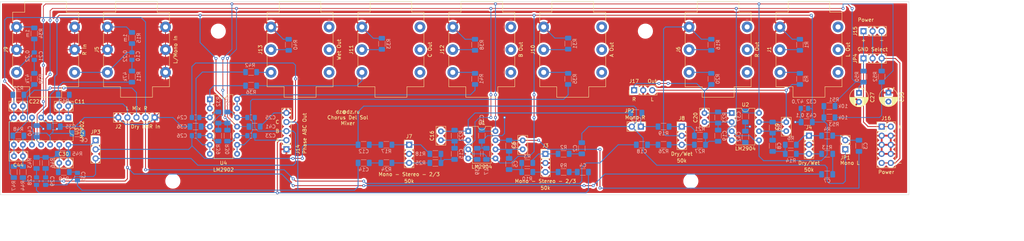
<source format=kicad_pcb>
(kicad_pcb (version 20211014) (generator pcbnew)
  (layers (0 "F.Cu" signal) (31 "B.Cu" signal) (34 "B.Paste" user) (35 "F.Paste" user) (36 "B.SilkS" user "B.Silkscreen") (37 "F.SilkS" user "F.Silkscreen") (38 "B.Mask" user) (39 "F.Mask" user) (44 "Edge.Cuts" user))
  (net 0 "")
  (net 1 "GND")
  (net 2 "/1{slash}2")
  (net 3 "/Wet Mix")
  (net 4 "Net-(C2-Pad2)")
  (net 5 "Net-(C3-Pad1)")
  (net 6 "Net-(C3-Pad2)")
  (net 7 "/A")
  (net 8 "Net-(C4-Pad2)")
  (net 9 "Net-(C5-Pad1)")
  (net 10 "Net-(C5-Pad2)")
  (net 11 "/Dry L")
  (net 12 "Net-(C7-Pad2)")
  (net 13 "Net-(C8-Pad1)")
  (net 14 "Net-(C8-Pad2)")
  (net 15 "Net-(C10-Pad1)")
  (net 16 "Net-(C10-Pad2)")
  (net 17 "Net-(C11-Pad1)")
  (net 18 "Net-(C12-Pad2)")
  (net 19 "Net-(C13-Pad1)")
  (net 20 "Net-(C13-Pad2)")
  (net 21 "/C")
  (net 22 "Net-(C14-Pad2)")
  (net 23 "Net-(C15-Pad1)")
  (net 24 "Net-(C15-Pad2)")
  (net 25 "/Dry R")
  (net 26 "Net-(C18-Pad2)")
  (net 27 "Net-(C19-Pad1)")
  (net 28 "Net-(C19-Pad2)")
  (net 29 "Net-(C21-Pad1)")
  (net 30 "Net-(C21-Pad2)")
  (net 31 "Net-(C22-Pad1)")
  (net 32 "Net-(C23-Pad2)")
  (net 33 "Net-(C24-Pad2)")
  (net 34 "/B")
  (net 35 "Net-(C25-Pad2)")
  (net 36 "Net-(C26-Pad2)")
  (net 37 "Net-(C28-Pad2)")
  (net 38 "Net-(C29-Pad2)")
  (net 39 "Net-(C30-Pad1)")
  (net 40 "Net-(C30-Pad2)")
  (net 41 "Net-(C31-Pad2)")
  (net 42 "/V+")
  (net 43 "/V-")
  (net 44 "Net-(J1-PadR)")
  (net 47 "Net-(J1-PadT)")
  (net 49 "/Dry Mix")
  (net 50 "Net-(J3-Pad1)")
  (net 51 "Net-(J3-Pad3)")
  (net 52 "Net-(J4-Pad1)")
  (net 53 "Net-(J4-Pad3)")
  (net 54 "Net-(J6-PadR)")
  (net 57 "Net-(J6-PadT)")
  (net 59 "Net-(J7-Pad1)")
  (net 60 "Net-(J7-Pad3)")
  (net 61 "Net-(J8-Pad1)")
  (net 62 "Net-(J8-Pad3)")
  (net 63 "Net-(J10-PadR)")
  (net 66 "Net-(J10-PadT)")
  (net 68 "Net-(J11-PadR)")
  (net 71 "Net-(J11-PadT)")
  (net 73 "Net-(J12-PadR)")
  (net 76 "Net-(J12-PadT)")
  (net 78 "Net-(J13-PadR)")
  (net 81 "Net-(J13-PadT)")
  (net 83 "+15V")
  (net 84 "-15V")
  (net 85 "Net-(R35-Pad1)")
  (net 86 "Net-(R36-Pad1)")
  (net 87 "Net-(R41-Pad1)")
  (net 88 "Net-(R42-Pad1)")
  (net 89 "Net-(C44-Pad1)")
  (net 90 "/Out L")
  (net 91 "/Out R")
  (footprint "Connector_PinHeader_2.54mm:PinHeader_1x03_P2.54mm_Vertical" (layer "F.Cu") (at 238.76 52.07)
    (fp_text reference "J4")
    (fp_text value "50k")
  )
  (footprint "MountingHole:MountingHole_3.2mm_M3" (layer "F.Cu") (at 205.74 64.77)
    (fp_text reference "H4" hide)
    (fp_text value "MountingHole" hide)
  )
  (footprint "Connector_Audio:Jack_6.35mm_Neutrik_NMJ6HCD2_Horizontal" (layer "F.Cu") (at 88.405 34.375 90)
    (fp_text reference "J13")
    (fp_text value "Wet Out")
  )
  (footprint "Connector_PinHeader_2.54mm:PinHeader_1x03_P2.54mm_Vertical" (layer "F.Cu") (at 127 54.61)
    (fp_text reference "J7")
    (fp_text value "50k")
  )
  (footprint "Capacitor_THT:CP_Radial_D5.0mm_P2.50mm" (layer "F.Cu") (at 260.985 40.045 -90)
    (fp_text reference "C33")
    (fp_text value "47,0 25v")
  )
  (footprint "Connector_PinHeader_2.54mm:PinHeader_1x03_P2.54mm_Vertical" (layer "F.Cu") (at 254 22.86 90)
    (fp_text reference "J15")
    (fp_text value "Power")
  )
  (footprint "Connector_Audio:Jack_6.35mm_Neutrik_NMJ6HCD2_Horizontal" (layer "F.Cu") (at 230.645 34.375 90)
    (fp_text reference "J1")
    (fp_text value "L Out")
  )
  (footprint "Connector_Audio:Jack_6.35mm_Neutrik_NMJ6HCD2_Horizontal" (layer "F.Cu") (at 139.205 34.375 90)
    (fp_text reference "J12")
    (fp_text value "B Out")
  )
  (footprint "Capacitor_THT:C_Disc_D5.0mm_W2.5mm_P2.50mm" (layer "F.Cu") (at 135.89 53.34 90)
    (fp_text reference "C16")
    (fp_text value "15p")
  )
  (footprint "Connector_Audio:Jack_6.35mm_Neutrik_NMJ6HCD2_Horizontal" (layer "F.Cu") (at 205.245 34.375 90)
    (fp_text reference "J6")
    (fp_text value "R Out")
  )
  (footprint "Connector_PinHeader_2.54mm:PinHeader_2x05_P2.54mm_Vertical" (layer "F.Cu") (at 259.075 49.535)
    (fp_text reference "J16")
    (fp_text value "ModPower")
  )
  (footprint "Connector_PinHeader_2.54mm:PinHeader_1x05_P2.54mm_Vertical" (layer "F.Cu") (at 55.875 46.99 -90)
    (fp_text reference "J2")
    (fp_text value "Dry LMR In")
  )
  (footprint "Capacitor_THT:C_Disc_D5.0mm_W2.5mm_P2.50mm" (layer "F.Cu") (at 209.55 48.26 90)
    (fp_text reference "C20")
    (fp_text value "15p")
  )
  (footprint "MountingHole:MountingHole_3.2mm_M3" (layer "F.Cu") (at 73.66 22.86)
    (fp_text reference "H1" hide)
    (fp_text value "MountingHole" hide)
  )
  (footprint "Connector_Audio:Jack_6.35mm_Neutrik_NMJ6HCD2_Horizontal" (layer "F.Cu") (at 17.285 34.375 90)
    (fp_text reference "J9")
    (fp_text value "R In")
  )
  (footprint "Capacitor_THT:C_Disc_D5.0mm_W2.5mm_P2.50mm" (layer "F.Cu") (at 29.21 43.815)
    (fp_text reference "C11")
    (fp_text value "33p")
  )
  (footprint "Connector_PinHeader_2.54mm:PinHeader_1x02_P2.54mm_Vertical" (layer "F.Cu") (at 191.77 49.53 -90)
    (fp_text reference "JP2")
    (fp_text value "Mono R")
  )
  (footprint "Connector_PinHeader_2.54mm:PinHeader_1x02_P2.54mm_Vertical" (layer "F.Cu") (at 248.92 55.88 180)
    (fp_text reference "JP1")
    (fp_text value "Mono L")
  )
  (footprint "MountingHole:MountingHole_3.2mm_M3" (layer "F.Cu") (at 193.04 22.86)
    (fp_text reference "H2" hide)
    (fp_text value "MountingHole" hide)
  )
  (footprint "Connector_Audio:Jack_6.35mm_Neutrik_NMJ6HCD2_Horizontal" (layer "F.Cu") (at 164.605 34.375 90)
    (fp_text reference "J10")
    (fp_text value "A Out")
  )
  (footprint "Capacitor_THT:C_Disc_D5.0mm_W2.5mm_P2.50mm" (layer "F.Cu") (at 29.215 59.7)
    (fp_text reference "C30")
    (fp_text value "33p")
  )
  (footprint "Connector_Audio:Jack_6.35mm_Neutrik_NMJ6HCD2_Horizontal" (layer "F.Cu") (at 42.685 34.375 90)
    (fp_text reference "J5")
    (fp_text value "L/Mono In")
  )
  (footprint "Connector_PinHeader_2.54mm:PinHeader_1x03_P2.54mm_Vertical" (layer "F.Cu") (at 39.37 53.355)
    (fp_text reference "JP3")
    (fp_text value "Mix/B")
  )
  (footprint "MountingHole:MountingHole_3.2mm_M3" (layer "F.Cu") (at 60.96 64.77)
    (fp_text reference "H3" hide)
    (fp_text value "MountingHole" hide)
  )
  (footprint "Package_DIP:DIP-8_W7.62mm" (layer "F.Cu") (at 217.18 45.73)
    (fp_text reference "U2")
    (fp_text value "LM2904")
  )
  (footprint "Connector_PinHeader_2.54mm:PinHeader_1x03_P2.54mm_Vertical" (layer "F.Cu") (at 203.2 49.53)
    (fp_text reference "J8")
    (fp_text value "50k")
  )
  (footprint "Package_DIP:DIP-14_W7.62mm" (layer "F.Cu") (at 71.3 41.91)
    (fp_text reference "U4")
    (fp_text value "LM2902")
  )
  (footprint "Package_DIP:DIP-8_W7.62mm" (layer "F.Cu") (at 143.52 50.81)
    (fp_text reference "U1")
    (fp_text value "LM2904")
  )
  (footprint "Capacitor_THT:C_Disc_D5.0mm_W2.5mm_P2.50mm" (layer "F.Cu") (at 158.75 55.88 90)
    (fp_text reference "C6")
    (fp_text value "15p")
  )
  (footprint "Connector_PinHeader_2.54mm:PinHeader_1x03_P2.54mm_Vertical" (layer "F.Cu") (at 254 30.48 90)
    (fp_text reference "JP4")
    (fp_text value "GND Select")
  )
  (footprint "Package_DIP:DIP-14_W7.62mm" (layer "F.Cu") (at 31.755 47 -90)
    (fp_text reference "U3")
    (fp_text value "LM2902")
  )
  (footprint "Capacitor_THT:CP_Radial_D5.0mm_P2.50mm" (layer "F.Cu") (at 252.73 40.109888 -90)
    (fp_text reference "C27")
    (fp_text value "47,0 25v")
  )
  (footprint "Capacitor_THT:C_Disc_D5.0mm_W2.5mm_P2.50mm" (layer "F.Cu") (at 232.41 50.8 90)
    (fp_text reference "C9")
    (fp_text value "15p")
  )
  (footprint "Connector_PinHeader_2.54mm:PinHeader_1x03_P2.54mm_Vertical" (layer "F.Cu") (at 189.88 39.37 90)
    (fp_text reference "J17")
    (fp_text value "Out")
  )
  (footprint "Connector_PinHeader_2.54mm:PinHeader_1x03_P2.54mm_Vertical" (layer "F.Cu") (at 165.1 57.165)
    (fp_text reference "J3")
    (fp_text value "50k")
  )
  (footprint "Capacitor_THT:C_Disc_D5.0mm_W2.5mm_P2.50mm" (layer "F.Cu") (at 19.05 57.785 180)
    (fp_text reference "C44")
    (fp_text value "33p")
  )
  (footprint "Connector_PinHeader_2.54mm:PinHeader_1x05_P2.54mm_Vertical" (layer "F.Cu") (at 92.71 55.88 180)
    (fp_text reference "J14")
    (fp_text value "Phase ABC Out")
  )
  (footprint "Connector_Audio:Jack_6.35mm_Neutrik_NMJ6HCD2_Horizontal" (layer "F.Cu") (at 113.805 34.375 90)
    (fp_text reference "J11")
    (fp_text value "C Out")
  )
  (footprint "Capacitor_THT:C_Disc_D5.0mm_W2.5mm_P2.50mm" (layer "F.Cu") (at 19.03 43.815 180)
    (fp_text reference "C22")
    (fp_text value "33p")
  )
  (footprint "Resistor_SMD:R_1206_3216Metric_Pad1.30x1.75mm_HandSolder" (layer "B.Cu") (at 16.51 62.24 90)
    (fp_text reference "R47")
    (fp_text value "100k")
  )
  (footprint "Resistor_SMD:R_1206_3216Metric_Pad1.30x1.75mm_HandSolder" (layer "B.Cu") (at 254 35.56 -90)
    (fp_text reference "R50")
    (fp_text value "100")
  )
  (footprint "Capacitor_SMD:C_1206_3216Metric_Pad1.33x1.80mm_HandSolder" (layer "B.Cu") (at 114.3 54.61)
    (fp_text reference "C12")
    (fp_text value "10,0")
  )
  (footprint "Resistor_SMD:R_1206_3216Metric_Pad1.30x1.75mm_HandSolder" (layer "B.Cu") (at 139.7 52.07 90)
    (fp_text reference "R22")
    (fp_text value "47k")
  )
  (footprint "Capacitor_SMD:C_1206_3216Metric_Pad1.33x1.80mm_HandSolder" (layer "B.Cu") (at 243.84 62.865)
    (fp_text reference "C7")
    (fp_text value "10,0")
  )
  (footprint "Capacitor_SMD:C_0805_2012Metric_Pad1.18x1.45mm_HandSolder" (layer "B.Cu") (at 237.49 44.45 180)
    (fp_text reference "C32")
    (fp_text value "47,0")
  )
  (footprint "Capacitor_SMD:C_0805_2012Metric_Pad1.18x1.45mm_HandSolder" (layer "B.Cu") (at 34.29 63.5 90)
    (fp_text reference "C31")
    (fp_text value "10,0")
  )
  (footprint "Resistor_SMD:R_1206_3216Metric_Pad1.30x1.75mm_HandSolder" (layer "B.Cu") (at 120.65 54.61)
    (fp_text reference "R17")
    (fp_text value "22k")
  )
  (footprint "Capacitor_SMD:C_0805_2012Metric_Pad1.18x1.45mm_HandSolder" (layer "B.Cu") (at 67.31 46.99)
    (fp_text reference "C24")
    (fp_text value "10,0")
  )
  (footprint "Resistor_SMD:R_1206_3216Metric_Pad1.30x1.75mm_HandSolder" (layer "B.Cu") (at 93.345 26.67 -90)
    (fp_text reference "R40")
    (fp_text value "470")
  )
  (footprint "Resistor_SMD:R_1206_3216Metric_Pad1.30x1.75mm_HandSolder" (layer "B.Cu") (at 22.86 59.69 90)
    (fp_text reference "R43")
    (fp_text value "100k")
  )
  (footprint "Resistor_SMD:R_1206_3216Metric_Pad1.30x1.75mm_HandSolder" (layer "B.Cu") (at 233.68 54.61 180)
    (fp_text reference "R6")
    (fp_text value "22k")
  )
  (footprint "Capacitor_SMD:C_1206_3216Metric_Pad1.33x1.80mm_HandSolder" (layer "B.Cu") (at 192.0625 54.61)
    (fp_text reference "C18")
    (fp_text value "10,0")
  )
  (footprint "Capacitor_SMD:C_1206_3216Metric_Pad1.33x1.80mm_HandSolder" (layer "B.Cu") (at 175.26 55.5875 -90)
    (fp_text reference "C2")
    (fp_text value "10,0")
  )
  (footprint "Capacitor_SMD:C_1206_3216Metric_Pad1.33x1.80mm_HandSolder" (layer "B.Cu") (at 154.94 59.9825 90)
    (fp_text reference "C5")
    (fp_text value "10,0")
  )
  (footprint "Capacitor_SMD:C_0805_2012Metric_Pad1.18x1.45mm_HandSolder" (layer "B.Cu") (at 25.4 64.77 90)
    (fp_text reference "C29")
    (fp_text value "10,0")
  )
  (footprint "Resistor_SMD:R_1206_3216Metric_Pad1.30x1.75mm_HandSolder" (layer "B.Cu") (at 244.475 46.99 180)
    (fp_text reference "R53")
    (fp_text value "10k")
  )
  (footprint "Resistor_SMD:R_1206_3216Metric_Pad1.30x1.75mm_HandSolder" (layer "B.Cu") (at 76.2 46.99 -90)
    (fp_text reference "R37")
    (fp_text value "100k")
  )
  (footprint "Resistor_SMD:R_1206_3216Metric_Pad1.30x1.75mm_HandSolder" (layer "B.Cu") (at 120.65 59.69)
    (fp_text reference "R24")
    (fp_text value "22k")
  )
  (footprint "Resistor_SMD:R_1206_3216Metric_Pad1.30x1.75mm_HandSolder" (layer "B.Cu") (at 236.22 36.195 90)
    (fp_text reference "R5")
    (fp_text value "470")
  )
  (footprint "Resistor_SMD:R_1206_3216Metric_Pad1.30x1.75mm_HandSolder" (layer "B.Cu") (at 160.02 62.23 180)
    (fp_text reference "R10")
    (fp_text value "22k")
  )
  (footprint "Capacitor_SMD:C_1206_3216Metric_Pad1.33x1.80mm_HandSolder" (layer "B.Cu") (at 220.98 52.3625 -90)
    (fp_text reference "C42")
    (fp_text value "0,1")
  )
  (footprint "Resistor_SMD:R_1206_3216Metric_Pad1.30x1.75mm_HandSolder" (layer "B.Cu") (at 228.6 49.81 90)
    (fp_text reference "R8")
    (fp_text value "47k")
  )
  (footprint "Resistor_SMD:R_1206_3216Metric_Pad1.30x1.75mm_HandSolder" (layer "B.Cu") (at 25.4 59.69 90)
    (fp_text reference "R46")
    (fp_text value "100k")
  )
  (footprint "Resistor_SMD:R_1206_3216Metric_Pad1.30x1.75mm_HandSolder" (layer "B.Cu") (at 211.455 26.67 -90)
    (fp_text reference "R16")
    (fp_text value "470")
  )
  (footprint "Resistor_SMD:R_1206_3216Metric_Pad1.30x1.75mm_HandSolder" (layer "B.Cu") (at 49.53 35.56 -90)
    (fp_text reference "R11")
    (fp_text value "47k")
  )
  (footprint "Resistor_SMD:R_1206_3216Metric_Pad1.30x1.75mm_HandSolder" (layer "B.Cu") (at 160.02 59.69 180)
    (fp_text reference "R3")
    (fp_text value "22k")
  )
  (footprint "Resistor_SMD:R_1206_3216Metric_Pad1.30x1.75mm_HandSolder" (layer "B.Cu") (at 145.415 26.67 -90)
    (fp_text reference "R38")
    (fp_text value "470")
  )
  (footprint "Capacitor_SMD:C_1206_3216Metric_Pad1.33x1.80mm_HandSolder" (layer "B.Cu") (at 190.5 45.72)
    (fp_text reference "C13")
    (fp_text value "10,0")
  )
  (footprint "Resistor_SMD:R_1206_3216Metric_Pad1.30x1.75mm_HandSolder" (layer "B.Cu") (at 119.38 26.39 -90)
    (fp_text reference "R33")
    (fp_text value "470")
  )
  (footprint "Capacitor_SMD:C_1206_3216Metric_Pad1.33x1.80mm_HandSolder" (layer "B.Cu") (at 147.32 52.07 -90)
    (fp_text reference "C34")
    (fp_text value "0,1")
  )
  (footprint "Resistor_SMD:R_1206_3216Metric_Pad1.30x1.75mm_HandSolder" (layer "B.Cu") (at 73.66 52.07 90)
    (fp_text reference "R39")
    (fp_text value "100k")
  )
  (footprint "Resistor_SMD:R_1206_3216Metric_Pad1.30x1.75mm_HandSolder" (layer "B.Cu") (at 233.68 57.15 180)
    (fp_text reference "R14")
    (fp_text value "22k")
  )
  (footprint "Resistor_SMD:R_1206_3216Metric_Pad1.30x1.75mm_HandSolder" (layer "B.Cu") (at 73.66 46.99 -90)
    (fp_text reference "R32")
    (fp_text value "100k")
  )
  (footprint "Resistor_SMD:R_1206_3216Metric_Pad1.30x1.75mm_HandSolder" (layer "B.Cu") (at 236.22 26.67 -90)
    (fp_text reference "R1")
    (fp_text value "470")
  )
  (footprint "Resistor_SMD:R_1206_3216Metric_Pad1.30x1.75mm_HandSolder" (layer "B.Cu") (at 208.28 52.07)
    (fp_text reference "R21")
    (fp_text value "22k")
  )
  (footprint "Resistor_SMD:R_1206_3216Metric_Pad1.30x1.75mm_HandSolder" (layer "B.Cu") (at 171.45 26.34 -90)
    (fp_text reference "R31")
    (fp_text value "470")
  )
  (footprint "Capacitor_SMD:C_0805_2012Metric_Pad1.18x1.45mm_HandSolder" (layer "B.Cu") (at 82.82 52.07 180)
    (fp_text reference "C23")
    (fp_text value "10,0")
  )
  (footprint "Resistor_SMD:R_1206_3216Metric_Pad1.30x1.75mm_HandSolder" (layer "B.Cu") (at 170.18 57.15 180)
    (fp_text reference "R2")
    (fp_text value "22k")
  )
  (footprint "Resistor_SMD:R_1206_3216Metric_Pad1.30x1.75mm_HandSolder" (layer "B.Cu") (at 82.83 34.29)
    (fp_text reference "R42")
    (fp_text value "470")
  )
  (footprint "Capacitor_SMD:C_1206_3216Metric_Pad1.33x1.80mm_HandSolder" (layer "B.Cu") (at 27.94 49.54)
    (fp_text reference "C35")
    (fp_text value "0,1")
  )
  (footprint "Capacitor_SMD:C_1206_3216Metric_Pad1.33x1.80mm_HandSolder" (layer "B.Cu") (at 228.6 54.9025 90)
    (fp_text reference "C8")
    (fp_text value "10,0")
  )
  (footprint "Resistor_SMD:R_1206_3216Metric_Pad1.30x1.75mm_HandSolder" (layer "B.Cu") (at 30.48 40.64)
    (fp_text reference "R12")
    (fp_text value "100k")
  )
  (footprint "Resistor_SMD:R_1206_3216Metric_Pad1.30x1.75mm_HandSolder" (layer "B.Cu") (at 243.84 52.07 180)
    (fp_text reference "R4")
    (fp_text value "22k")
  )
  (footprint "Resistor_SMD:R_1206_3216Metric_Pad1.30x1.75mm_HandSolder" (layer "B.Cu") (at 17.78 40.64 180)
    (fp_text reference "R29")
    (fp_text value "100k")
  )
  (footprint "Resistor_SMD:R_1206_3216Metric_Pad1.30x1.75mm_HandSolder" (layer "B.Cu") (at 259.08 35.56 -90)
    (fp_text reference "R52")
    (fp_text value "100")
  )
  (footprint "Resistor_SMD:R_1206_3216Metric_Pad1.30x1.75mm_HandSolder" (layer "B.Cu") (at 17.78 52.07 180)
    (fp_text reference "R48")
    (fp_text value "100k")
  )
  (footprint "Capacitor_SMD:C_0805_2012Metric_Pad1.18x1.45mm_HandSolder" (layer "B.Cu") (at 49.53 29.845 90)
    (fp_text reference "C10")
    (fp_text value "0,22")
  )
  (footprint "Capacitor_SMD:C_1206_3216Metric_Pad1.33x1.80mm_HandSolder" (layer "B.Cu") (at 114.3 59.69)
    (fp_text reference "C14")
    (fp_text value "10,0")
  )
  (footprint "Resistor_SMD:R_1206_3216Metric_Pad1.30x1.75mm_HandSolder" (layer "B.Cu") (at 208.28 54.61)
    (fp_text reference "R27")
    (fp_text value "22k")
  )
  (footprint "Resistor_SMD:R_1206_3216Metric_Pad1.30x1.75mm_HandSolder" (layer "B.Cu") (at 211.455 36.195 90)
    (fp_text reference "R20")
    (fp_text value "470")
  )
  (footprint "Capacitor_SMD:C_1206_3216Metric_Pad1.33x1.80mm_HandSolder" (layer "B.Cu") (at 220.98 46.6975 -90)
    (fp_text reference "C37")
    (fp_text value "0,1")
  )
  (footprint "Capacitor_SMD:C_0805_2012Metric_Pad1.18x1.45mm_HandSolder" (layer "B.Cu") (at 82.82 46.99 180)
    (fp_text reference "C25")
    (fp_text value "10,0")
  )
  (footprint "Resistor_SMD:R_1206_3216Metric_Pad1.30x1.75mm_HandSolder" (layer "B.Cu") (at 134.34 57.15)
    (fp_text reference "R18")
    (fp_text value "22k")
  )
  (footprint "Resistor_SMD:R_1206_3216Metric_Pad1.30x1.75mm_HandSolder" (layer "B.Cu") (at 198.12 49.53)
    (fp_text reference "R19")
    (fp_text value "22k")
  )
  (footprint "Resistor_SMD:R_1206_3216Metric_Pad1.30x1.75mm_HandSolder" (layer "B.Cu") (at 49.53 24.765 -90)
    (fp_text reference "R15")
    (fp_text value "1m")
  )
  (footprint "Capacitor_SMD:C_1206_3216Metric_Pad1.33x1.80mm_HandSolder" (layer "B.Cu") (at 67.31 49.53 180)
    (fp_text reference "C36")
    (fp_text value "0,1")
  )
  (footprint "Capacitor_SMD:C_1206_3216Metric_Pad1.33x1.80mm_HandSolder" (layer "B.Cu") (at 175.5525 62.23 180)
    (fp_text reference "C4")
    (fp_text value "10,0")
  )
  (footprint "Capacitor_SMD:C_1206_3216Metric_Pad1.33x1.80mm_HandSolder" (layer "B.Cu") (at 148.59 57.15 -90)
    (fp_text reference "C17")
    (fp_text value "0,1")
  )
  (footprint "Resistor_SMD:R_1206_3216Metric_Pad1.30x1.75mm_HandSolder" (layer "B.Cu") (at 19.055 62.24 90)
    (fp_text reference "R44")
    (fp_text value "100k")
  )
  (footprint "Capacitor_SMD:C_1206_3216Metric_Pad1.33x1.80mm_HandSolder" (layer "B.Cu") (at 22.86 50.8 -90)
    (fp_text reference "C40")
    (fp_text value "0,1")
  )
  (footprint "Resistor_SMD:R_1206_3216Metric_Pad1.30x1.75mm_HandSolder" (layer "B.Cu") (at 198.12 54.61)
    (fp_text reference "R26")
    (fp_text value "22k")
  )
  (footprint "Resistor_SMD:R_1206_3216Metric_Pad1.30x1.75mm_HandSolder" (layer "B.Cu") (at 76.2 52.07 90)
    (fp_text reference "R30")
    (fp_text value "100k")
  )
  (footprint "Resistor_SMD:R_1206_3216Metric_Pad1.30x1.75mm_HandSolder" (layer "B.Cu") (at 170.18 62.23 180)
    (fp_text reference "R9")
    (fp_text value "22k")
  )
  (footprint "Resistor_SMD:R_1206_3216Metric_Pad1.30x1.75mm_HandSolder" (layer "B.Cu") (at 22.225 36.195 -90)
    (fp_text reference "R28")
    (fp_text value "47k")
  )
  (footprint "Capacitor_SMD:C_1206_3216Metric_Pad1.33x1.80mm_HandSolder" (layer "B.Cu") (at 139.7 57.15 90)
    (fp_text reference "C15")
    (fp_text value "10,0")
  )
  (footprint "Resistor_SMD:R_1206_3216Metric_Pad1.30x1.75mm_HandSolder" (layer "B.Cu") (at 145.415 36.195 90)
    (fp_text reference "R41")
    (fp_text value "470")
  )
  (footprint "Capacitor_SMD:C_1206_3216Metric_Pad1.33x1.80mm_HandSolder" (layer "B.Cu") (at 34.29 51.435 180)
    (fp_text reference "C1")
    (fp_text value "0,1")
  )
  (footprint "Resistor_SMD:R_1206_3216Metric_Pad1.30x1.75mm_HandSolder" (layer "B.Cu") (at 213.36 46.99 90)
    (fp_text reference "R23")
    (fp_text value "47k")
  )
  (footprint "Resistor_SMD:R_1206_3216Metric_Pad1.30x1.75mm_HandSolder" (layer "B.Cu") (at 134.34 59.69)
    (fp_text reference "R25")
    (fp_text value "22k")
  )
  (footprint "Resistor_SMD:R_1206_3216Metric_Pad1.30x1.75mm_HandSolder" (layer "B.Cu") (at 243.84 57.15 180)
    (fp_text reference "R13")
    (fp_text value "22k")
  )
  (footprint "Capacitor_SMD:C_1206_3216Metric_Pad1.33x1.80mm_HandSolder" (layer "B.Cu") (at 83.82 49.53 180)
    (fp_text reference "C41")
    (fp_text value "0,1")
  )
  (footprint "Resistor_SMD:R_1206_3216Metric_Pad1.30x1.75mm_HandSolder" (layer "B.Cu") (at 22.225 23.495 -90)
    (fp_text reference "R34")
    (fp_text value "1m")
  )
  (footprint "Resistor_SMD:R_1206_3216Metric_Pad1.30x1.75mm_HandSolder" (layer "B.Cu") (at 30.48 62.23 180)
    (fp_text reference "R49")
    (fp_text value "100k")
  )
  (footprint "Capacitor_SMD:C_1206_3216Metric_Pad1.33x1.80mm_HandSolder" (layer "B.Cu") (at 146.05 57.15 -90)
    (fp_text reference "C39")
    (fp_text value "0,1")
  )
  (footprint "Resistor_SMD:R_1206_3216Metric_Pad1.30x1.75mm_HandSolder" (layer "B.Cu") (at 82.83 38.1)
    (fp_text reference "R36")
    (fp_text value "470")
  )
  (footprint "Resistor_SMD:R_1206_3216Metric_Pad1.30x1.75mm_HandSolder" (layer "B.Cu") (at 30.2 57.16)
    (fp_text reference "R45")
    (fp_text value "100k")
  )
  (footprint "Capacitor_SMD:C_0805_2012Metric_Pad1.18x1.45mm_HandSolder" (layer "B.Cu") (at 22.225 29.845 90)
    (fp_text reference "C21")
    (fp_text value "0,22")
  )
  (footprint "Resistor_SMD:R_1206_3216Metric_Pad1.30x1.75mm_HandSolder" (layer "B.Cu") (at 154.94 54.89 90)
    (fp_text reference "R7")
    (fp_text value "47k")
  )
  (footprint "Capacitor_SMD:C_1206_3216Metric_Pad1.33x1.80mm_HandSolder" (layer "B.Cu") (at 213.36 52.07 90)
    (fp_text reference "C19")
    (fp_text value "10,0")
  )
  (footprint "Resistor_SMD:R_1206_3216Metric_Pad1.30x1.75mm_HandSolder" (layer "B.Cu") (at 171.45 36.195 90)
    (fp_text reference "R35")
    (fp_text value "470")
  )
  (footprint "Resistor_SMD:R_1206_3216Metric_Pad1.30x1.75mm_HandSolder" (layer "B.Cu") (at 244.475 43.815 180)
    (fp_text reference "R51")
    (fp_text value "10k")
  )
  (footprint "Capacitor_SMD:C_1206_3216Metric_Pad1.33x1.80mm_HandSolder" (layer "B.Cu") (at 252.73 54.9025 90)
    (fp_text reference "C3")
    (fp_text value "10,0")
  )
  (footprint "Capacitor_SMD:C_0805_2012Metric_Pad1.18x1.45mm_HandSolder" (layer "B.Cu") (at 22.86 64.77 90)
    (fp_text reference "C28")
    (fp_text value "10,0")
  )
  (footprint "Capacitor_SMD:C_1206_3216Metric_Pad1.33x1.80mm_HandSolder" (layer "B.Cu") (at 238.125 48.26 180)
    (fp_text reference "C43")
    (fp_text value "0,1")
  )
  (footprint "Capacitor_SMD:C_0805_2012Metric_Pad1.18x1.45mm_HandSolder" (layer "B.Cu") (at 67.31 52.07)
    (fp_text reference "C26")
    (fp_text value "10,0")
  )
  (gr_rect (start 12.7 14.605) (end 266.7 68.58) (layer "Edge.Cuts") (width 0.1) (fill none))
  (gr_text "-" (at 259.08 25.4) (layer "F.SilkS") (effects (font (size 1 1))))
  (gr_text "C" (at 90.17 48.26) (layer "F.SilkS") (effects (font (size 1 1))))
  (gr_text "Mix" (at 50.8 44.45) (layer "F.SilkS") (effects (font (size 1 1))))
  (gr_text "dz@dz.ru\nChorus Del Sol\nMixer" (at 109.855 46.99) (layer "F.SilkS") (effects (font (size 1 1))))
  (gr_text "R" (at 53.34 44.45) (layer "F.SilkS") (effects (font (size 1 1))))
  (gr_text "-" (at 264.16 59.69) (layer "F.SilkS") (effects (font (size 1 1))))
  (gr_text "Dry/Wet" (at 238.76 59.69) (layer "F.SilkS") (effects (font (size 1 1))))
  (gr_text "Out" (at 194.945 36.83) (layer "F.SilkS") (effects (font (size 1 1))))
  (gr_text "R" (at 189.865 41.91) (layer "F.SilkS") (effects (font (size 1 1))))
  (gr_text "L" (at 48.26 44.45) (layer "F.SilkS") (effects (font (size 1 1))))
  (gr_text "Dry/Wet" (at 203.2 57.15) (layer "F.SilkS") (effects (font (size 1 1))))
  (gr_text "Mono - Stereo - 2/3" (at 165.1 64.77) (layer "F.SilkS") (effects (font (size 1 1))))
  (gr_text "L" (at 194.945 41.91) (layer "F.SilkS") (effects (font (size 1 1))))
  (gr_text "B" (at 90.17 50.8) (layer "F.SilkS") (effects (font (size 1 1))))
  (gr_text "Power" (at 260.35 62.23) (layer "F.SilkS") (effects (font (size 1 1))))
  (gr_text "A" (at 90.17 53.34) (layer "F.SilkS") (effects (font (size 1 1))))
  (gr_text "Mono - Stereo - 2/3" (at 127 62.865) (layer "F.SilkS") (effects (font (size 1 1))))
  (gr_text "+" (at 254 25.4) (layer "F.SilkS") (effects (font (size 1 1))))
  (gr_text "+" (at 264.16 49.53) (layer "F.SilkS") (effects (font (size 1 1))))
  (segment (start 207.07 19.85) (end 228.82 19.85) (width 0.25) (layer "F.Cu") (net 1))
  (segment (start 33.515 28.025) (end 33.515 21.675) (width 0.25) (layer "F.Cu") (net 1))
  (segment (start 17.285 28.025) (end 33.515 28.025) (width 0.25) (layer "F.Cu") (net 1))
  (segment (start 58.915 28.025) (end 58.915 21.675) (width 0.25) (layer "F.Cu") (net 1))
  (segment (start 153.67 46.99) (end 153.61 46.93) (width 0.25) (layer "F.Cu") (net 1))
  (segment (start 124.46 55.88) (end 124.46 19.685) (width 0.25) (layer "F.Cu") (net 1))
  (segment (start 137.215 19.685) (end 139.205 21.675) (width 0.25) (layer "F.Cu") (net 1))
  (segment (start 92.71 55.88) (end 94.615 55.88) (width 0.25) (layer "F.Cu") (net 1))
  (segment (start 92.71 34.925) (end 93.345 34.29) (width 0.25) (layer "F.Cu") (net 1))
  (segment (start 58.915 43.95) (end 58.915 34.375) (width 0.25) (layer "F.Cu") (net 1))
  (segment (start 42.685 28.025) (end 42.685 21.675) (width 0.25) (layer "F.Cu") (net 1))
  (segment (start 17.285 28.025) (end 17.285 21.675) (width 0.25) (layer "F.Cu") (net 1))
  (segment (start 24.765 50.165) (end 28.575 50.165) (width 0.25) (layer "F.Cu") (net 1))
  (segment (start 95.335 21.675) (end 95.885 22.225) (width 0.25) (layer "F.Cu") (net 1))
  (segment (start 162.78 19.85) (end 164.605 21.675) (width 0.25) (layer "F.Cu") (net 1))
  (segment (start 168.91 19.685) (end 203.255 19.685) (width 0.25) (layer "F.Cu") (net 1))
  (segment (start 165.1 59.705) (end 168.26 59.705) (width 0.25) (layer "F.Cu") (net 1))
  (segment (start 166.595 19.685) (end 168.91 19.685) (width 0.25) (layer "F.Cu") (net 1))
  (segment (start 153.61 46.93) (end 153.61 19.745) (width 0.25) (layer "F.Cu") (net 1))
  (segment (start 111.98 19.85) (end 113.805 21.675) (width 0.25) (layer "F.Cu") (net 1))
  (segment (start 168.91 59.055) (end 168.91 19.685) (width 0.25) (layer "F.Cu") (net 1))
  (segment (start 58.915 34.375) (end 58.915 28.025) (width 0.25) (layer "F.Cu") (net 1))
  (segment (start 58.915 21.675) (end 61.595 19.685) (width 0.25) (layer "F.Cu") (net 1))
  (segment (start 93.345 34.29) (end 95.885 34.29) (width 0.25) (layer "F.Cu") (net 1))
  (segment (start 115.795 19.685) (end 137.215 19.685) (width 0.25) (layer "F.Cu") (net 1))
  (segment (start 203.255 19.685) (end 205.245 21.675) (width 0.25) (layer "F.Cu") (net 1))
  (segment (start 88.405 21.675) (end 95.335 21.675) (width 0.25) (layer "F.Cu") (net 1))
  (segment (start 127 57.15) (end 125.73 57.15) (width 0.25) (layer "F.Cu") (net 1))
  (segment (start 168.26 59.705) (end 168.91 59.055) (width 0.25) (layer "F.Cu") (net 1))
  (segment (start 153.61 19.745) (end 153.67 19.685) (width 0.25) (layer "F.Cu") (net 1))
  (segment (start 42.685 21.675) (end 58.915 21.675) (width 0.25) (layer "F.Cu") (net 1))
  (segment (start 232.635 19.685) (end 255.27 19.685) (width 0.25) (layer "F.Cu") (net 1))
  (segment (start 55.875 46.99) (end 58.915 43.95) (width 0.25) (layer "F.Cu") (net 1))
  (segment (start 228.82 19.85) (end 230.645 21.675) (width 0.25) (layer "F.Cu") (net 1))
  (segment (start 95.975 54.52) (end 95.975 22.135) (width 0.25) (layer "F.Cu") (net 1))
  (segment (start 85.725 19.685) (end 88.405 21.675) (width 0.25) (layer "F.Cu") (net 1))
  (segment (start 95.975 22.135) (end 98.26 19.85) (width 0.25) (layer "F.Cu") (net 1))
  (segment (start 255.27 19.685) (end 256.54 20.955) (width 0.25) (layer "F.Cu") (net 1))
  (segment (start 113.805 21.675) (end 115.795 19.685) (width 0.25) (layer "F.Cu") (net 1))
  (segment (start 256.54 20.955) (end 256.54 22.86) (width 0.25) (layer "F.Cu") (net 1))
  (segment (start 98.26 19.85) (end 111.98 19.85) (width 0.25) (layer "F.Cu") (net 1))
  (segment (start 230.645 21.675) (end 232.635 19.685) (width 0.25) (layer "F.Cu") (net 1))
  (segment (start 92.71 45.72) (end 92.71 34.925) (width 0.25) (layer "F.Cu") (net 1))
  (segment (start 164.605 21.675) (end 166.595 19.685) (width 0.25) (layer "F.Cu") (net 1))
  (segment (start 125.73 57.15) (end 124.46 55.88) (width 0.25) (layer "F.Cu") (net 1))
  (segment (start 205.245 21.675) (end 207.07 19.85) (width 0.25) (layer "F.Cu") (net 1))
  (segment (start 61.595 19.685) (end 85.725 19.685) (width 0.25) (layer "F.Cu") (net 1))
  (segment (start 141.03 19.85) (end 162.78 19.85) (width 0.25) (layer "F.Cu") (net 1))
  (segment (start 94.615 55.88) (end 95.975 54.52) (width 0.25) (layer "F.Cu") (net 1))
  (segment (start 139.205 21.675) (end 141.03 19.85) (width 0.25) (layer "F.Cu") (net 1))
  (segment (start 33.515 28.025) (end 42.685 28.025) (width 0.25) (layer "F.Cu") (net 1))
  (via (at 222.25 49.53) (size 0.8) (drill 0.4) (layers "F.Cu" "B.Cu") (net 1))
  (via (at 24.765 50.165) (size 0.8) (drill 0.4) (layers "F.Cu" "B.Cu") (net 1))
  (via (at 28.575 50.165) (size 0.8) (drill 0.4) (layers "F.Cu" "B.Cu") (net 1))
  (via (at 234.95 48.26) (size 0.8) (drill 0.4) (layers "F.Cu" "B.Cu") (net 1))
  (via (at 153.67 46.99) (size 0.8) (drill 0.4) (layers "F.Cu" "B.Cu") (net 1))
  (segment (start 198.12 51.435) (end 198.12 22.225) (width 0.25) (layer "B.Cu") (net 1))
  (segment (start 236.4525 48.15) (end 236.5625 48.26) (width 0.25) (layer "B.Cu") (net 1))
  (segment (start 91.85 25.12) (end 93.345 25.12) (width 0.25) (layer "B.Cu") (net 1))
  (segment (start 22.86 49.2375) (end 23.8375 49.2375) (width 0.25) (layer "B.Cu") (net 1))
  (segment (start 33.645 49.54) (end 29.5025 49.54) (width 0.25) (layer "B.Cu") (net 1))
  (segment (start 88.405 21.675) (end 91.85 25.12) (width 0.25) (layer "B.Cu") (net 1))
  (segment (start 28.8775 50.165) (end 29.5025 49.54) (width 0.25) (layer "B.Cu") (net 1))
  (segment (start 146.05 55.5875) (end 147.6625 55.5875) (width 0.25) (layer "B.Cu") (net 1))
  (segment (start 47.99 21.675) (end 49.53 23.215) (width 0.25) (layer "B.Cu") (net 1))
  (segment (start 53.97 48.895) (end 55.875 46.99) (width 0.25) (layer "B.Cu") (net 1))
  (segment (start 35.8525 50.4575) (end 34.935 49.54) (width 0.25) (layer "B.Cu") (net 1))
  (segment (start 236.22 25.12) (end 234.09 25.12) (width 0.25) (layer "B.Cu") (net 1))
  (segment (start 45.715 46.99) (end 47.62 48.895) (width 0.25) (layer "B.Cu") (net 1))
  (segment (start 236.4525 44.45) (end 236.4525 48.15) (width 0.25) (layer "B.Cu") (net 1))
  (segment (start 65.7475 49.53) (end 63.5 49.53) (width 0.25) (layer "B.Cu") (net 1))
  (segment (start 220.98 49.53) (end 222.25 49.53) (width 0.25) (layer "B.Cu") (net 1))
  (segment (start 36.195 46.99) (end 33.645 49.54) (width 0.25) (layer "B.Cu") (net 1))
  (segment (start 34.935 49.54) (end 33.645 49.54) (width 0.25) (layer "B.Cu") (net 1))
  (segment (start 21.955 21.675) (end 22.225 21.945) (width 0.25) (layer "B.Cu") (net 1))
  (segment (start 28.575 50.165) (end 28.8775 50.165) (width 0.25) (layer "B.Cu") (net 1))
  (segment (start 116.97 24.84) (end 113.805 21.675) (width 0.25) (layer "B.Cu") (net 1))
  (segment (start 147.32 55.245) (end 147.6625 55.5875) (width 0.25) (layer "B.Cu") (net 1))
  (segment (start 211.455 25.12) (end 208.69 25.12) (width 0.25) (layer "B.Cu") (net 1))
  (segment (start 47.62 48.895) (end 53.97 48.895) (width 0.25) (layer "B.Cu") (net 1))
  (segment (start 42.685 21.675) (end 47.99 21.675) (width 0.25) (layer "B.Cu") (net 1))
  (segment (start 153.035 52.07) (end 153.67 51.435) (width 0.25) (layer "B.Cu") (net 1))
  (segment (start 17.285 21.675) (end 21.955 21.675) (width 0.25) (layer "B.Cu") (net 1))
  (segment (start 89.1925 45.72) (end 92.71 45.72) (width 0.25) (layer "B.Cu") (net 1))
  (segment (start 198.755 52.07) (end 198.12 51.435) (width 0.25) (layer "B.Cu") (net 1))
  (segment (start 119.38 24.84) (end 116.97 24.84) (width 0.25) (layer "B.Cu") (net 1))
  (segment (start 45.715 46.99) (end 36.195 46.99) (width 0.25) (layer "B.Cu") (net 1))
  (segment (start 60.96 46.99) (end 55.875 46.99) (width 0.25) (layer "B.Cu") (net 1))
  (segment (start 234.09 25.12) (end 230.645 21.675) (width 0.25) (layer "B.Cu") (net 1))
  (segment (start 35.8525 51.435) (end 35.8525 50.4575) (width 0.25) (layer "B.Cu") (net 1))
  (segment (start 148.8825 52.07) (end 153.035 52.07) (width 0.25) (layer "B.Cu") (net 1))
  (segment (start 153.67 51.435) (end 153.67 46.99) (width 0.25) (layer "B.Cu") (net 1))
  (segment (start 167.72 24.79) (end 164.605 21.675) (width 0.25) (layer "B.Cu") (net 1))
  (segment (start 23.8375 49.2375) (end 24.765 50.165) (width 0.25) (layer "B.Cu") (net 1))
  (segment (start 147.6625 55.5875) (end 148.59 55.5875) (width 0.25) (layer "B.Cu") (net 1))
  (segment (start 145.415 25.12) (end 142.65 25.12) (width 0.25) (layer "B.Cu") (net 1))
  (segment (start 220.98 49.53) (end 220.98 48.26) (width 0.25) (layer "B.Cu") (net 1))
  (segment (start 147.32 53.6325) (end 148.8825 52.07) (width 0.25) (layer "B.Cu") (net 1))
  (segment (start 171.45 24.79) (end 167.72 24.79) (width 0.25) (layer "B.Cu") (net 1))
  (segment (start 220.98 50.8) (end 220.98 49.53) (width 0.25) (layer "B.Cu") (net 1))
  (segment (start 142.65 25.12) (end 139.205 21.675) (width 0.25) (layer "B.Cu") (net 1))
  (segment (start 208.69 25.12) (end 205.245 21.675) (width 0.25) (layer "B.Cu") (net 1))
  (segment (start 236.5625 48.26) (end 234.95 48.26) (width 0.4) (layer "B.Cu") (net 1))
  (segment (start 63.5 49.53) (end 60.96 46.99) (width 0.25) (layer "B.Cu") (net 1))
  (segment (start 147.32 53.6325) (end 147.32 55.245) (width 0.25) (layer "B.Cu") (net 1))
  (segment (start 203.2 52.07) (end 198.755 52.07) (width 0.25) (layer "B.Cu") (net 1))
  (segment (start 256.54 22.86) (end 256.54 30.48) (width 0.25) (layer "B.Cu") (net 1))
  (segment (start 198.67 21.675) (end 205.245 21.675) (width 0.25) (layer "B.Cu") (net 1))
  (segment (start 85.3825 49.53) (end 89.1925 45.72) (width 0.25) (layer "B.Cu") (net 1))
  (segment (start 198.12 22.225) (end 198.67 21.675) (width 0.25) (layer "B.Cu") (net 1))
  (segment (start 68.58 18.415) (end 29.21 18.415) (width 0.25) (layer "F.Cu") (net 2))
  (segment (start 161.925 46.99) (end 161.925 40.64) (width 0.25) (layer "F.Cu") (net 2))
  (segment (start 75.527015 47.000768) (end 75.527015 41.872015) (width 0.25) (layer "F.Cu") (net 2))
  (segment (start 28.575 19.05) (end 28.575 19.7745) (width 0.25) (layer "F.Cu") (net 2))
  (segment (start 29.21 18.415) (end 28.575 19.05) (width 0.25) (layer "F.Cu") (net 2))
  (segment (start 239.395 18.415) (end 161.925 18.415) (width 0.25) (layer "F.Cu") (net 2))
  (segment (start 75.527015 41.872015) (end 73.025 39.37) (width 0.25) (layer "F.Cu") (net 2))
  (segment (start 73.025 39.37) (end 73.025 30.48) (width 0.25) (layer "F.Cu") (net 2))
  (segment (start 161.925 18.415) (end 68.58 18.415) (width 0.25) (layer "F.Cu") (net 2))
  (via (at 68.58 18.415) (size 0.8) (drill 0.4) (layers "F.Cu" "B.Cu") (net 2))
  (via (at 161.925 40.64) (size 0.8) (drill 0.4) (layers "F.Cu" "B.Cu") (net 2))
  (via (at 73.025 30.48) (size 0.8) (drill 0.4) (layers "F.Cu" "B.Cu") (net 2))
  (via (at 28.575 19.7745) (size 0.8) (drill 0.4) (layers "F.Cu" "B.Cu") (net 2))
  (via (at 75.527015 47.000768) (size 0.8) (drill 0.4) (layers "F.Cu" "B.Cu") (net 2))
  (via (at 161.925 46.99) (size 0.8) (drill 0.4) (layers "F.Cu" "B.Cu") (net 2))
  (via (at 239.395 18.415) (size 0.8) (drill 0.4) (layers "F.Cu" "B.Cu") (net 2))
  (via (at 161.925 18.415) (size 0.8) (drill 0.4) (layers "F.Cu" "B.Cu") (net 2))
  (segment (start 222.25 52.07) (end 223.53 53.35) (width 0.25) (layer "B.Cu") (net 2))
  (segment (start 28.575 34.925) (end 27.94 35.56) (width 0.25) (layer "B.Cu") (net 2))
  (segment (start 32.7275 51.435) (end 27.305 51.435) (width 0.25) (layer "B.Cu") (net 2))
  (segment (start 242.925 47.98) (end 242.925 46.99) (width 0.25) (layer "B.Cu") (net 2))
  (segment (start 25.6825 51.375) (end 26.3775 52.07) (width 0.25) (layer "B.Cu") (net 2))
  (segment (start 26.675 52.3675) (end 26.3775 52.07) (width 0.25) (layer "B.Cu") (net 2))
  (segment (start 68.58 26.035) (end 73.025 30.48) (width 0.25) (layer "B.Cu") (net 2))
  (segment (start 21.595 51.751827) (end 21.971827 51.375) (width 0.25) (layer "B.Cu") (net 2))
  (segment (start 239.6875 18.7075) (end 239.395 18.415) (width 0.25) (layer "B.Cu") (net 2))
  (segment (start 76.2 48.54) (end 76.2 50.52) (width 0.25) (layer "B.Cu") (net 2))
  (segment (start 151.14 58.43) (end 152.4 59.69) (width 0.25) (layer "B.Cu") (net 2))
  (segment (start 21.595 54.62) (end 21.595 51.751827) (width 0.25) (layer "B.Cu") (net 2))
  (segment (start 243.205 48.26) (end 242.925 47.98) (width 0.25) (layer "B.Cu") (net 2))
  (segment (start 26.675 47) (end 26.675 40.635) (width 0.25) (layer "B.Cu") (net 2))
  (segment (start 76.2 48.54) (end 76.2 47.673753) (width 0.25) (layer "B.Cu") (net 2))
  (segment (start 223.53 53.35) (end 224.8 53.35) (width 0.25) (layer "B.Cu") (net 2))
  (segment (start 226.06 59.055) (end 242.223173 59.055) (width 0.25) (layer "B.Cu") (net 2))
  (segment (start 152.4 59.69) (end 155.575 59.69) (width 0.25) (layer "B.Cu") (net 2))
  (segment (start 148.8725 58.43) (end 148.59 58.7125) (width 0.25) (layer "B.Cu") (net 2))
  (segment (start 28.575 19.7745) (end 28.575 34.925) (width 0.25) (layer "B.Cu") (net 2))
  (segment (start 243.84 55.88) (end 243.84 48.895) (width 0.25) (layer "B.Cu") (net 2))
  (segment (start 26.675 47) (end 27.474999 47.799999) (width 0.25) (layer "B.Cu") (net 2))
  (segment (start 239.6875 44.7425) (end 239.6875 18.7075) (width 0.25) (layer "B.Cu") (net 2))
  (segment (start 151.14 58.43) (end 148.8725 58.43) (width 0.25) (layer "B.Cu") (net 2))
  (segment (start 27.474999 47.799999) (end 27.474999 50.972501) (width 0.25) (layer "B.Cu") (net 2))
  (segment (start 76.2 47.673753) (end 75.527015 47.000768) (width 0.25) (layer "B.Cu") (net 2))
  (segment (start 217.18 50.81) (end 218.44 52.07) (width 0.25) (layer "B.Cu") (net 2))
  (segment (start 224.8 57.795) (end 226.06 59.055) (width 0.25) (layer "B.Cu") (net 2))
  (segment (start 239.395 44.45) (end 239.6875 44.7425) (width 0.25) (layer "B.Cu") (net 2))
  (segment (start 143.52 55.89) (end 144.78 57.15) (width 0.25) (layer "B.Cu") (net 2))
  (segment (start 73.66 48.54) (end 76.2 48.54) (width 0.25) (layer "B.Cu") (net 2))
  (segment (start 22.165 51.375) (end 25.6825 51.375) (width 0.25) (layer "B.Cu") (net 2))
  (segment (start 157.48 57.785) (end 160.655 57.785) (width 0.25) (layer "B.Cu") (net 2))
  (segment (start 242.223173 59.055) (end 243.84 57.438173) (width 0.25) (layer "B.Cu") (net 2))
  (segment (start 26.675 40.635) (end 27.94 39.37) (width 0.25) (layer "B.Cu") (net 2))
  (segment (start 218.44 52.07) (end 222.25 52.07) (width 0.25) (layer "B.Cu") (net 2))
  (segment (start 243.84 48.895) (end 243.205 48.26) (width 0.25) (layer "B.Cu") (net 2))
  (segment (start 224.8 53.35) (end 224.8 57.795) (width 0.25) (layer "B.Cu") (net 2))
  (segment (start 27.94 35.56) (end 27.94 39.37) (width 0.25) (layer "B.Cu") (net 2))
  (segment (start 73.66 50.52) (end 73.66 48.54) (width 0.25) (layer "B.Cu") (net 2))
  (segment (start 238.5275 44.45) (end 239.395 44.45) (width 0.25) (layer "B.Cu") (net 2))
  (segment (start 21.971827 51.375) (end 22.165 51.375) (width 0.25) (layer "B.Cu") (net 2))
  (segment (start 243.84 57.438173) (end 243.84 55.88) (width 0.25) (layer "B.Cu") (net 2))
  (segment (start 21.595 50.805) (end 22.165 51.375) (width 0.25) (layer "B.Cu") (net 2))
  (segment (start 155.575 59.69) (end 157.48 57.785) (width 0.25) (layer "B.Cu") (net 2))
  (segment (start 26.675 54.62) (end 26.675 52.3675) (width 0.25) (layer "B.Cu") (net 2))
  (segment (start 161.925 56.515) (end 161.925 54.61) (width 0.25) (layer "B.Cu") (net 2))
  (segment (start 148.59 57.785) (end 148.59 58.7125) (width 0.25) (layer "B.Cu") (net 2))
  (segment (start 144.78 57.15) (end 147.955 57.15) (width 0.25) (layer "B.Cu") (net 2))
  (segment (start 160.655 57.785) (end 161.925 56.515) (width 0.25) (layer "B.Cu") (net 2))
  (segment (start 239.6875 48.26) (end 239.6875 44.7425) (width 0.25) (layer "B.Cu") (net 2))
  (segment (start 27.305 51.435) (end 27.15875 51.28875) (width 0.25) (layer "B.Cu") (net 2))
  (segment (start 68.58 18.415) (end 68.58 26.035) (width 0.25) (layer "B.Cu") (net 2))
  (segment (start 161.925 40.64) (end 161.925 18.415) (width 0.25) (layer "B.Cu") (net 2))
  (segment (start 242.925 46.99) (end 242.925 43.815) (width 0.25) (layer "B.Cu") (net 2))
  (segment (start 27.474999 50.972501) (end 27.15875 51.28875) (width 0.25) (layer "B.Cu") (net 2))
  (segment (start 161.925 54.61) (end 161.925 46.99) (width 0.25) (layer "B.Cu") (net 2))
  (segment (start 27.15875 51.28875) (end 26.3775 52.07) (width 0.25) (layer "B.Cu") (net 2))
  (segment (start 243.205 48.26) (end 239.6875 48.26) (width 0.25) (layer "B.Cu") (net 2))
  (segment (start 21.595 47) (end 21.595 50.805) (width 0.25) (layer "B.Cu") (net 2))
  (segment (start 147.955 57.15) (end 148.59 57.785) (width 0.25) (layer "B.Cu") (net 2))
  (segment (start 97.155 58.42) (end 94.5255 58.42) (width 0.25) (layer "F.Cu") (net 3))
  (via (at 94.5255 58.42) (size 0.8) (drill 0.4) (layers "F.Cu" "B.Cu") (net 3))
  (via (at 97.155 58.42) (size 0.8) (drill 0.4) (layers "F.Cu" "B.Cu") (net 3))
  (segment (start 189.23 49.53) (end 177.165 49.53) (width 0.25) (layer "B.Cu") (net 3))
  (segment (start 243.84 64.77) (end 244.475 65.405) (width 0.25) (layer "B.Cu") (net 3))
  (segment (start 112.7375 45.3775) (end 112.7375 54.61) (width 0.25) (layer "B.Cu") (net 3))
  (segment (start 192.405 52.705) (end 192.405 56.515) (width 0.25) (layer "B.Cu") (net 3))
  (segment (start 66.2725 54.8425) (end 66.2725 52.07) (width 0.25) (layer "B.Cu") (net 3))
  (segment (start 190.5 48.26) (end 190.5 44.45) (width 0.25) (layer "B.Cu") (net 3))
  (segment (start 244.475 65.405) (end 248.285 65.405) (width 0.25) (layer "B.Cu") (net 3))
  (segment (start 192.405 56.515) (end 196.215 60.325) (width 0.25) (layer "B.Cu") (net 3))
  (segment (start 189.23 49.53) (end 190.5 48.26) (width 0.25) (layer "B.Cu") (net 3))
  (segment (start 175.26 51.435) (end 175.26 54.025) (width 0.25) (layer "B.Cu") (net 3))
  (segment (start 248.285 65.405) (end 248.92 64.77) (width 0.25) (layer "B.Cu") (net 3))
  (segment (start 65.39 55.895) (end 66.2725 55.0125) (width 0.25) (layer "B.Cu") (net 3))
  (segment (start 243.84 60.96) (end 243.84 64.77) (width 0.25) (layer "B.Cu") (net 3))
  (segment (start 243.205 60.325) (end 243.84 60.96) (width 0.25) (layer "B.Cu") (net 3))
  (segment (start 66.2725 55.0125) (end 66.2725 54.8425) (width 0.25) (layer "B.Cu") (net 3))
  (segment (start 97.155 55.245) (end 97.155 58.42) (width 0.25) (layer "B.Cu") (net 3))
  (segment (start 177.165 49.53) (end 175.26 51.435) (width 0.25) (layer "B.Cu") (net 3))
  (segment (start 69.85 58.42) (end 66.2725 54.8425) (width 0.25) (layer "B.Cu") (net 3))
  (segment (start 112.7375 54.61) (end 97.79 54.61) (width 0.25) (layer "B.Cu") (net 3))
  (segment (start 94.5255 58.42) (end 69.85 58.42) (width 0.25) (layer "B.Cu") (net 3))
  (segment (start 189.23 49.53) (end 192.405 52.705) (width 0.25) (layer "B.Cu") (net 3))
  (segment (start 248.92 64.77) (end 248.92 55.88) (width 0.25) (layer "B.Cu") (net 3))
  (segment (start 196.215 60.325) (end 243.205 60.325) (width 0.25) (layer "B.Cu") (net 3))
  (segment (start 39.37 55.895) (end 65.39 55.895) (width 0.25) (layer "B.Cu") (net 3))
  (segment (start 114.3 43.815) (end 112.7375 45.3775) (width 0.25) (layer "B.Cu") (net 3))
  (segment (start 190.5 44.45) (end 189.865 43.815) (width 0.25) (layer "B.Cu") (net 3))
  (segment (start 189.865 43.815) (end 114.3 43.815) (width 0.25) (layer "B.Cu") (net 3))
  (segment (start 97.79 54.61) (end 97.155 55.245) (width 0.25) (layer "B.Cu") (net 3))
  (segment (start 171.73 57.15) (end 175.26 57.15) (width 0.25) (layer "B.Cu") (net 4))
  (segment (start 163.195 53.34) (end 163.155 53.38) (width 0.25) (layer "F.Cu") (net 5))
  (segment (start 163.155 53.38) (end 158.75 53.38) (width 0.25) (layer "F.Cu") (net 5))
  (segment (start 180.34 66.675) (end 180.34 55.88) (width 0.25) (layer "F.Cu") (net 5))
  (via (at 180.34 55.88) (size 0.8) (drill 0.4) (layers "F.Cu" "B.Cu") (net 5))
  (via (at 180.34 66.675) (size 0.8) (drill 0.4) (layers "F.Cu" "B.Cu") (net 5))
  (via (at 163.195 53.34) (size 0.8) (drill 0.4) (layers "F.Cu" "B.Cu") (net 5))
  (segment (start 180.34 55.88) (end 165.735 55.88) (width 0.25) (layer "B.Cu") (net 5))
  (segment (start 154.93 53.35) (end 154.94 53.34) (width 0.25) (layer "B.Cu") (net 5))
  (segment (start 252.73 66.675) (end 252.659999 66.745001) (width 0.25) (layer "B.Cu") (net 5))
  (segment (start 151.14 53.35) (end 154.93 53.35) (width 0.25) (layer "B.Cu") (net 5))
  (segment (start 252.659999 66.745001) (end 180.410001 66.745001) (width 0.25) (layer "B.Cu") (net 5))
  (segment (start 154.98 53.38) (end 154.94 53.34) (width 0.25) (layer "B.Cu") (net 5))
  (segment (start 252.73 56.465) (end 252.73 66.675) (width 0.25) (layer "B.Cu") (net 5))
  (segment (start 180.410001 66.745001) (end 180.34 66.675) (width 0.25) (layer "B.Cu") (net 5))
  (segment (start 158.75 53.38) (end 154.98 53.38) (width 0.25) (layer "B.Cu") (net 5))
  (segment (start 165.735 55.88) (end 163.195 53.34) (width 0.25) (layer "B.Cu") (net 5))
  (segment (start 247.65 52.07) (end 245.39 52.07) (width 0.25) (layer "B.Cu") (net 6))
  (segment (start 248.92 53.34) (end 252.73 53.34) (width 0.25) (layer "B.Cu") (net 6))
  (segment (start 248.92 53.34) (end 247.65 52.07) (width 0.25) (layer "B.Cu") (net 6))
  (segment (start 92.71 53.34) (end 90.805 53.34) (width 0.25) (layer "F.Cu") (net 7))
  (segment (start 90.805 53.34) (end 90.17 53.975) (width 0.25) (layer "F.Cu") (net 7))
  (segment (start 90.17 53.975) (end 90.17 68.0345) (width 0.25) (layer "F.Cu") (net 7))
  (via (at 90.17 68.0345) (size 0.8) (drill 0.4) (layers "F.Cu" "B.Cu") (net 7))
  (segment (start 177.115 67.36) (end 176.4405 68.0345) (width 0.25) (layer "B.Cu") (net 7))
  (segment (start 90.0805 67.945) (end 23.495 67.945) (width 0.25) (layer "B.Cu") (net 7))
  (segment (start 22.86 67.31) (end 22.86 65.8075) (width 0.25) (layer "B.Cu") (net 7))
  (segment (start 83.8575 53.3025) (end 83.8575 52.07) (width 0.25) (layer "B.Cu") (net 7))
  (segment (start 177.115 62.23) (end 177.115 67.36) (width 0.25) (layer "B.Cu") (net 7))
  (segment (start 90.17 68.0345) (end 90.0805 67.945) (width 0.25) (layer "B.Cu") (net 7))
  (segment (start 83.895 53.34) (end 83.8575 53.3025) (width 0.25) (layer "B.Cu") (net 7))
  (segment (start 92.71 53.34) (end 83.895 53.34) (width 0.25) (layer "B.Cu") (net 7))
  (segment (start 23.495 67.945) (end 22.86 67.31) (width 0.25) (layer "B.Cu") (net 7))
  (segment (start 176.4405 68.0345) (end 90.17 68.0345) (width 0.25) (layer "B.Cu") (net 7))
  (segment (start 171.73 62.23) (end 173.99 62.23) (width 0.25) (layer "B.Cu") (net 8))
  (segment (start 154.94 61.545) (end 157.785 61.545) (width 0.25) (layer "B.Cu") (net 9))
  (segment (start 157.785 61.545) (end 158.47 62.23) (width 0.25) (layer "B.Cu") (net 9))
  (segment (start 158.47 62.23) (end 158.47 59.69) (width 0.25) (layer "B.Cu") (net 9))
  (segment (start 151.14 55.89) (end 154.39 55.89) (width 0.25) (layer "B.Cu") (net 10))
  (segment (start 154.94 58.42) (end 154.94 56.44) (width 0.25) (layer "B.Cu") (net 10))
  (segment (start 158.75 55.88) (end 155.5 55.88) (width 0.25) (layer "B.Cu") (net 10))
  (segment (start 154.39 55.89) (end 154.94 56.44) (width 0.25) (layer "B.Cu") (net 10))
  (segment (start 155.5 55.88) (end 154.94 56.44) (width 0.25) (layer "B.Cu") (net 10))
  (segment (start 114.3 66.04) (end 94.615 66.04) (width 0.25) (layer "F.Cu") (net 11))
  (segment (start 48.26 60.96) (end 48.255 60.955) (width 0.25) (layer "F.Cu") (net 11))
  (segment (start 30.48 64.77) (end 47.625 64.77) (width 0.25) (layer "F.Cu") (net 11))
  (segment (start 178.435 66.04) (end 175.895 66.04) (width 0.25) (layer "F.Cu") (net 11))
  (segment (start 48.255 60.955) (end 48.255 46.99) (width 0.25) (layer "F.Cu") (net 11))
  (segment (start 48.26 64.135) (end 48.26 60.96) (width 0.25) (layer "F.Cu") (net 11))
  (segment (start 47.625 64.77) (end 48.26 64.135) (width 0.25) (layer "F.Cu") (net 11))
  (via (at 94.615 66.04) (size 0.8) (drill 0.4) (layers "F.Cu" "B.Cu") (net 11))
  (via (at 48.26 60.96) (size 0.8) (drill 0.4) (layers "F.Cu" "B.Cu") (net 11))
  (via (at 30.48 64.77) (size 0.8) (drill 0.4) (layers "F.Cu" "B.Cu") (net 11))
  (via (at 175.895 66.04) (size 0.8) (drill 0.4) (layers "F.Cu" "B.Cu") (net 11))
  (via (at 114.3 66.04) (size 0.8) (drill 0.4) (layers "F.Cu" "B.Cu") (net 11))
  (via (at 178.435 66.04) (size 0.8) (drill 0.4) (layers "F.Cu" "B.Cu") (net 11))
  (segment (start 48.255 46.99) (end 48.255 44.445) (width 0.25) (layer "B.Cu") (net 11))
  (segment (start 175.895 66.04) (end 114.3 66.04) (width 0.25) (layer "B.Cu") (net 11))
  (segment (start 32.03 40.64) (end 31.71 40.96) (width 0.25) (layer "B.Cu") (net 11))
  (segment (start 94.615 66.04) (end 91.369999 62.794999) (width 0.25) (layer "B.Cu") (net 11))
  (segment (start 19.055 64.765) (end 19.06 64.77) (width 0.25) (layer "B.Cu") (net 11))
  (segment (start 19.06 64.77) (end 30.48 64.77) (width 0.25) (layer "B.Cu") (net 11))
  (segment (start 181.680001 62.794999) (end 178.435 66.04) (width 0.25) (layer "B.Cu") (net 11))
  (segment (start 31.755 43.225) (end 31.71 43.18) (width 0.25) (layer "B.Cu") (net 11))
  (segment (start 31.71 43.815) (end 31.71 43.18) (width 0.25) (layer "B.Cu") (net 11))
  (segment (start 242.2775 62.865) (end 242.207499 62.794999) (width 0.25) (layer "B.Cu") (net 11))
  (segment (start 31.755 47) (end 31.755 43.86) (width 0.25) (layer "B.Cu") (net 11))
  (segment (start 48.255 44.445) (end 46.99 43.18) (width 0.25) (layer "B.Cu") (net 11))
  (segment (start 31.71 40.96) (end 31.71 43.815) (width 0.25) (layer "B.Cu") (net 11))
  (segment (start 46.99 43.18) (end 31.71 43.18) (width 0.25) (layer "B.Cu") (net 11))
  (segment (start 19.055 63.79) (end 19.055 64.765) (width 0.25) (layer "B.Cu") (net 11))
  (segment (start 31.755 43.86) (end 31.71 43.815) (width 0.25) (layer "B.Cu") (net 11))
  (segment (start 242.207499 62.794999) (end 181.680001 62.794999) (width 0.25) (layer "B.Cu") (net 11))
  (segment (start 91.369999 62.794999) (end 50.094999 62.794999) (width 0.25) (layer "B.Cu") (net 11))
  (segment (start 50.094999 62.794999) (end 48.26 60.96) (width 0.25) (layer "B.Cu") (net 11))
  (segment (start 245.4025 62.865) (end 245.39 62.8525) (width 0.25) (layer "B.Cu") (net 12))
  (segment (start 245.39 62.8525) (end 245.39 57.15) (width 0.25) (layer "B.Cu") (net 12))
  (segment (start 232.13 57.15) (end 232.13 54.61) (width 0.25) (layer "B.Cu") (net 13))
  (segment (start 228.6 56.465) (end 231.445 56.465) (width 0.25) (layer "B.Cu") (net 13))
  (segment (start 231.445 56.465) (end 232.13 57.15) (width 0.25) (layer "B.Cu") (net 13))
  (segment (start 228.6 53.34) (end 228.6 51.36) (width 0.25) (layer "B.Cu") (net 14))
  (segment (start 232.41 50.8) (end 229.16 50.8) (width 0.25) (layer "B.Cu") (net 14))
  (segment (start 228.05 50.81) (end 228.6 51.36) (width 0.25) (layer "B.Cu") (net 14))
  (segment (start 229.16 50.8) (end 228.6 51.36) (width 0.25) (layer "B.Cu") (net 14))
  (segment (start 224.8 50.81) (end 228.05 50.81) (width 0.25) (layer "B.Cu") (net 14))
  (segment (start 49.53 34.01) (end 49.53 30.8825) (width 0.25) (layer "B.Cu") (net 15))
  (segment (start 49.53 28.8075) (end 49.53 26.315) (width 0.25) (layer "B.Cu") (net 16))
  (segment (start 33.515 34.375) (end 42.685 34.375) (width 0.25) (layer "B.Cu") (net 16))
  (segment (start 49.53 28.8075) (end 48.2525 28.8075) (width 0.25) (layer "B.Cu") (net 16))
  (segment (start 48.2525 28.8075) (end 42.685 34.375) (width 0.25) (layer "B.Cu") (net 16))
  (segment (start 49.53 37.11) (end 30.2 37.11) (width 0.25) (layer "B.Cu") (net 17))
  (segment (start 28.93 38.38) (end 28.93 40.64) (width 0.25) (layer "B.Cu") (net 17))
  (segment (start 29.215 47) (end 29.215 43.82) (width 0.25) (layer "B.Cu") (net 17))
  (segment (start 28.93 40.64) (end 29.21 40.92) (width 0.25) (layer "B.Cu") (net 17))
  (segment (start 29.21 43.815) (end 29.21 40.92) (width 0.25) (layer "B.Cu") (net 17))
  (segment (start 29.215 43.82) (end 29.21 43.815) (width 0.25) (layer "B.Cu") (net 17))
  (segment (start 30.2 37.11) (end 28.93 38.38) (width 0.25) (layer "B.Cu") (net 17))
  (segment (start 115.8625 54.61) (end 119.1 54.61) (width 0.25) (layer "B.Cu") (net 18))
  (segment (start 145.415 45.72) (end 143.52 47.615) (width 0.25) (layer "B.Cu") (net 19))
  (segment (start 139.38 50.84) (end 139.7 50.52) (width 0.25) (layer "B.Cu") (net 19))
  (segment (start 143.52 50.81) (end 139.99 50.81) (width 0.25) (layer "B.Cu") (net 19))
  (segment (start 188.9375 45.72) (end 145.415 45.72) (width 0.25) (layer "B.Cu") (net 19))
  (segment (start 135.89 50.84) (end 139.38 50.84) (width 0.25) (layer "B.Cu") (net 19))
  (segment (start 143.52 47.615) (end 143.52 50.81) (width 0.25) (layer "B.Cu") (net 19))
  (segment (start 139.99 50.81) (end 139.7 50.52) (width 0.25) (layer "B.Cu") (net 19))
  (segment (start 191.77 46.0125) (end 192.0625 45.72) (width 0.25) (layer "B.Cu") (net 20))
  (segment (start 196.57 49.53) (end 191.77 49.53) (width 0.25) (layer "B.Cu") (net 20))
  (segment (start 191.77 49.53) (end 191.77 46.0125) (width 0.25) (layer "B.Cu") (net 20))
  (segment (start 95.25 47.625) (end 94.615 48.26) (width 0.25) (layer "F.Cu") (net 21))
  (segment (start 95.25 36.195) (end 95.25 47.625) (width 0.25) (layer "F.Cu") (net 21))
  (segment (start 94.615 48.26) (end 92.71 48.26) (width 0.25) (layer "F.Cu") (net 21))
  (via (at 95.25 36.195) (size 0.8) (drill 0.4) (layers "F.Cu" "B.Cu") (net 21))
  (segment (start 66.2725 46.99) (end 66.2725 32.7875) (width 0.25) (layer "B.Cu") (net 21))
  (segment (start 95.885 48.895) (end 95.885 67.31) (width 0.25) (layer "B.Cu") (net 21))
  (segment (start 95.885 67.31) (end 80.645 67.31) (width 0.25) (layer "B.Cu") (net 21))
  (segment (start 34.29 66.04) (end 35.56 67.31) (width 0.25) (layer "B.Cu") (net 21))
  (segment (start 66.2725 32.7875) (end 67.31 31.75) (width 0.25) (layer "B.Cu") (net 21))
  (segment (start 35.56 67.31) (end 80.5555 67.31) (width 0.25) (layer "B.Cu") (net 21))
  (segment (start 95.25 48.26) (end 95.885 48.895) (width 0.25) (layer "B.Cu") (net 21))
  (segment (start 111.76 67.31) (end 112.7375 66.3325) (width 0.25) (layer "B.Cu") (net 21))
  (segment (start 94.615 31.75) (end 95.25 32.385) (width 0.25) (layer "B.Cu") (net 21))
  (segment (start 92.71 48.26) (end 95.25 48.26) (width 0.25) (layer "B.Cu") (net 21))
  (segment (start 34.29 64.5375) (end 34.29 66.04) (width 0.25) (layer "B.Cu") (net 21))
  (segment (start 95.885 67.31) (end 111.76 67.31) (width 0.25) (layer "B.Cu") (net 21))
  (segment (start 112.7375 66.3325) (end 112.7375 59.69) (width 0.25) (layer "B.Cu") (net 21))
  (segment (start 67.31 31.75) (end 94.615 31.75) (width 0.25) (layer "B.Cu") (net 21))
  (segment (start 95.25 32.385) (end 95.25 36.195) (width 0.25) (layer "B.Cu") (net 21))
  (segment (start 115.8625 59.69) (end 119.1 59.69) (width 0.25) (layer "B.Cu") (net 22))
  (segment (start 135.89 57.15) (end 135.89 59.69) (width 0.25) (layer "B.Cu") (net 23))
  (segment (start 136.8675 58.7125) (end 135.89 59.69) (width 0.25) (layer "B.Cu") (net 23))
  (segment (start 139.7 58.7125) (end 136.8675 58.7125) (width 0.25) (layer "B.Cu") (net 23))
  (segment (start 143.52 53.35) (end 139.97 53.35) (width 0.25) (layer "B.Cu") (net 24))
  (segment (start 139.7 53.62) (end 139.7 55.5875) (width 0.25) (layer "B.Cu") (net 24))
  (segment (start 135.89 53.34) (end 139.42 53.34) (width 0.25) (layer "B.Cu") (net 24))
  (segment (start 139.42 53.34) (end 139.7 53.62) (width 0.25) (layer "B.Cu") (net 24))
  (segment (start 139.97 53.35) (end 139.7 53.62) (width 0.25) (layer "B.Cu") (net 24))
  (segment (start 53.335 61.59) (end 53.335 46.99) (width 0.25) (layer "F.Cu") (net 25))
  (segment (start 53.34 61.595) (end 53.335 61.59) (width 0.25) (layer "F.Cu") (net 25))
  (segment (start 95.25 64.77) (end 94.615 64.135) (width 0.25) (layer "F.Cu") (net 25))
  (segment (start 16.53 39.43) (end 16.53 43.815) (width 0.25) (layer "F.Cu") (net 25))
  (segment (start 13.97 36.83) (end 16.55 39.41) (width 0.25) (layer "F.Cu") (net 25))
  (segment (start 114.3 64.77) (end 95.25 64.77) (width 0.25) (layer "F.Cu") (net 25))
  (segment (start 16.55 39.41) (end 16.53 39.43) (width 0.25) (layer "F.Cu") (net 25))
  (via (at 94.615 64.135) (size 0.8) (drill 0.4) (layers "F.Cu" "B.Cu") (net 25))
  (via (at 13.97 36.83) (size 0.8) (drill 0.4) (layers "F.Cu" "B.Cu") (net 25))
  (via (at 114.3 64.77) (size 0.8) (drill 0.4) (layers "F.Cu" "B.Cu") (net 25))
  (via (at 53.34 61.595) (size 0.8) (drill 0.4) (layers "F.Cu" "B.Cu") (net 25))
  (segment (start 175.26 64.77) (end 174.625 65.405) (width 0.25) (layer "B.Cu") (net 25))
  (segment (start 53.335 20.315) (end 52.07 19.05) (width 0.25) (layer "B.Cu") (net 25))
  (segment (start 174.625 65.405) (end 114.935 65.405) (width 0.25) (layer "B.Cu") (net 25))
  (segment (start 15.31 62.59) (end 15.31 53.835) (width 0.25) (layer "B.Cu") (net 25))
  (segment (start 16.23 40.64) (end 16.53 40.94) (width 0.25) (layer "B.Cu") (net 25))
  (segment (start 16.53 40.94) (end 16.53 43.815) (width 0.25) (layer "B.Cu") (net 25))
  (segment (start 176.53 59.69) (end 175.26 60.96) (width 0.25) (layer "B.Cu") (net 25))
  (segment (start 180.34 59.69) (end 176.53 59.69) (width 0.25) (layer "B.Cu") (net 25))
  (segment (start 92.075 61.595) (end 53.34 61.595) (width 0.25) (layer "B.Cu") (net 25))
  (segment (start 53.335 46.99) (end 53.335 20.315) (width 0.25) (layer "B.Cu") (net 25))
  (segment (start 15.255 53.78) (end 15.255 48.26) (width 0.25) (layer "B.Cu") (net 25))
  (segment (start 15.31 53.835) (end 15.255 53.78) (width 0.25) (layer "B.Cu") (net 25))
  (segment (start 52.07 19.05) (end 14.605 19.05) (width 0.25) (layer "B.Cu") (net 25))
  (segment (start 94.615 64.135) (end 92.075 61.595) (width 0.25) (layer "B.Cu") (net 25))
  (segment (start 14.605 19.05) (end 13.97 19.685) (width 0.25) (layer "B.Cu") (net 25))
  (segment (start 16.23 40.64) (end 16.55 40.96) (width 0.25) (layer "B.Cu") (net 25))
  (segment (start 190.5 54.61) (end 185.42 54.61) (width 0.25) (layer "B.Cu") (net 25))
  (segment (start 16.51 63.79) (end 15.31 62.59) (width 0.25) (layer "B.Cu") (net 25))
  (segment (start 15.255 48.26) (end 16.515 47) (width 0.25) (layer "B.Cu") (net 25))
  (segment (start 114.935 65.405) (end 114.3 64.77) (width 0.25) (layer "B.Cu") (net 25))
  (segment (start 175.26 60.96) (end 175.26 64.77) (width 0.25) (layer "B.Cu") (net 25))
  (segment (start 180.975 59.055) (end 180.34 59.69) (width 0.25) (layer "B.Cu") (net 25))
  (segment (start 185.42 54.61) (end 180.975 59.055) (width 0.25) (layer "B.Cu") (net 25))
  (segment (start 13.97 19.685) (end 13.97 36.83) (width 0.25) (layer "B.Cu") (net 25))
  (segment (start 16.515 47) (end 16.515 43.83) (width 0.25) (layer "B.Cu") (net 25))
  (segment (start 16.515 43.83) (end 16.53 43.815) (width 0.25) (layer "B.Cu") (net 25))
  (segment (start 193.625 54.61) (end 196.57 54.61) (width 0.25) (layer "B.Cu") (net 26))
  (segment (start 210.8075 53.6325) (end 209.83 54.61) (width 0.25) (layer "B.Cu") (net 27))
  (segment (start 213.36 53.6325) (end 210.8075 53.6325) (width 0.25) (layer "B.Cu") (net 27))
  (segment (start 209.83 52.07) (end 209.83 54.61) (width 0.25) (layer "B.Cu") (net 27))
  (segment (start 209.55 48.26) (end 213.08 48.26) (width 0.25) (layer "B.Cu") (net 28))
  (segment (start 213.08 48.26) (end 213.36 48.54) (width 0.25) (layer "B.Cu") (net 28))
  (segment (start 213.36 50.5075) (end 213.36 48.54) (width 0.25) (layer "B.Cu") (net 28))
  (segment (start 213.63 48.27) (end 213.36 48.54) (width 0.25) (layer "B.Cu") (net 28))
  (segment (start 217.18 48.27) (end 213.63 48.27) (width 0.25) (layer "B.Cu") (net 28))
  (segment (start 22.225 34.645) (end 22.225 30.8825) (width 0.25) (layer "B.Cu") (net 29))
  (segment (start 17.285 33.7475) (end 22.225 28.8075) (width 0.25) (layer "B.Cu") (net 30))
  (segment (start 22.225 25.045) (end 22.225 28.8075) (width 0.25) (layer "B.Cu") (net 30))
  (segment (start 17.285 34.375) (end 17.285 33.7475) (width 0.25) (layer "B.Cu") (net 30))
  (segment (start 19.03 43.815) (end 19.03 46.975) (width 0.25) (layer "B.Cu") (net 31))
  (segment (start 19.03 46.975) (end 19.055 47) (width 0.25) (layer "B.Cu") (net 31))
  (segment (start 19.03 40.94) (end 19.03 43.815) (width 0.25) (layer "B.Cu") (net 31))
  (segment (start 19.33 40.64) (end 19.03 40.94) (width 0.25) (layer "B.Cu") (net 31))
  (segment (start 19.33 40.64) (end 22.225 37.745) (width 0.25) (layer "B.Cu") (net 31))
  (segment (start 78.92 52.07) (end 81.7825 52.07) (width 0.25) (layer "B.Cu") (net 32))
  (segment (start 78.92 52.07) (end 77.37 53.62) (width 0.25) (layer "B.Cu") (net 32))
  (segment (start 77.37 53.62) (end 76.2 53.62) (width 0.25) (layer "B.Cu") (net 32))
  (segment (start 72.85 45.44) (end 73.66 45.44) (width 0.25) (layer "B.Cu") (net 33))
  (segment (start 71.3 46.99) (end 72.85 45.44) (width 0.25) (layer "B.Cu") (net 33))
  (segment (start 68.3475 46.99) (end 71.3 46.99) (width 0.25) (layer "B.Cu") (net 33))
  (segment (start 94.615 60.325) (end 95.25 59.69) (width 0.25) (layer "B.Cu") (net 34))
  (segment (start 33.655 63.5) (end 38.735 63.5) (width 0.25) (layer "B.Cu") (net 34))
  (segment (start 95.25 51.435) (end 94.615 50.8) (width 0.25) (layer "B.Cu") (net 34))
  (segment (start 84.776827 50.8) (end 92.71 50.8) (width 0.25) (layer "B.Cu") (net 34))
  (segment (start 67.945 60.325) (end 94.615 60.325) (width 0.25) (layer "B.Cu") (net 34))
  (segment (start 25.4 65.8075) (end 31.3475 65.8075) (width 0.25) (layer "B.Cu") (net 34))
  (segment (start 83.8575 49.880673) (end 84.776827 50.8) (width 0.25) (layer "B.Cu") (net 34))
  (segment (start 31.3475 65.8075) (end 33.655 63.5) (width 0.25) (layer "B.Cu") (net 34))
  (segment (start 39.37 58.435) (end 66.055 58.435) (width 0.25) (layer "B.Cu") (net 34))
  (segment (start 38.735 63.5) (end 39.37 62.865) (width 0.25) (layer "B.Cu") (net 34))
  (segment (start 83.8575 46.99) (end 83.8575 49.880673) (width 0.25) (layer "B.Cu") (net 34))
  (segment (start 94.615 50.8) (end 92.71 50.8) (width 0.25) (layer "B.Cu") (net 34))
  (segment (start 95.25 59.69) (end 95.25 51.435) (width 0.25) (layer "B.Cu") (net 34))
  (segment (start 66.055 58.435) (end 67.945 60.325) (width 0.25) (layer "B.Cu") (net 34))
  (segment (start 39.37 62.865) (end 39.37 58.435) (width 0.25) (layer "B.Cu") (net 34))
  (segment (start 78.92 46.99) (end 81.7825 46.99) (width 0.25) (layer "B.Cu") (net 35))
  (segment (start 78.92 46.99) (end 77.37 45.44) (width 0.25) (layer "B.Cu") (net 35))
  (segment (start 77.37 45.44) (end 76.2 45.44) (width 0.25) (layer "B.Cu") (net 35))
  (segment (start 72.85 53.62) (end 73.66 53.62) (width 0.25) (layer "B.Cu") (net 36))
  (segment (start 68.3475 52.07) (end 71.3 52.07) (width 0.25) (layer "B.Cu") (net 36))
  (segment (start 71.3 52.07) (end 72.85 53.62) (width 0.25) (layer "B.Cu") (net 36))
  (segment (start 22.86 61.24) (end 22.86 63.7325) (width 0.25) (layer "B.Cu") (net 37))
  (segment (start 25.4 63.7325) (end 25.4 61.24) (width 0.25) (layer "B.Cu") (net 38))
  (segment (start 29.215 56.595) (end 28.65 57.16) (width 0.25) (layer "B.Cu") (net 39))
  (segment (start 29.215 57.725) (end 28.65 57.16) (width 0.25) (layer "B.Cu") (net 39))
  (segment (start 25.4 58.14) (end 27.67 58.14) (width 0.25) (layer "B.Cu") (net 39))
  (segment (start 22.86 58.14) (end 25.4 58.14) (width 0.25) (layer "B.Cu") (net 39))
  (segment (start 28.93 62.23) (end 29.215 61.945) (width 0.25) (layer "B.Cu") (net 39))
  (segment (start 29.215 59.7) (end 29.215 57.725) (width 0.25) (layer "B.Cu") (net 39))
  (segment (start 29.215 61.945) (end 29.215 59.7) (width 0.25) (layer "B.Cu") (net 39))
  (segment (start 27.67 58.14) (end 28.65 57.16) (width 0.25) (layer "B.Cu") (net 39))
  (segment (start 29.215 54.62) (end 29.215 56.595) (width 0.25) (layer "B.Cu") (net 39))
  (segment (start 31.715 59.7) (end 31.715 57.195) (width 0.25) (layer "B.Cu") (net 40))
  (segment (start 38.105 54.62) (end 39.37 53.355) (width 0.25) (layer "B.Cu") (net 40))
  (segment (start 31.715 57.195) (end 31.75 57.16) (width 0.25) (layer "B.Cu") (net 40))
  (segment (start 31.755 54.62) (end 31.755 57.155) (width 0.25) (layer "B.Cu") (net 40))
  (segment (start 31.755 54.62) (end 38.105 54.62) (width 0.25) (layer "B.Cu") (net 40))
  (segment (start 31.755 57.155) (end 31.75 57.16) (width 0.25) (layer "B.Cu") (net 40))
  (segment (start 34.0575 62.23) (end 34.29 62.4625) (width 0.25) (layer "B.Cu") (net 41))
  (segment (start 32.03 62.23) (end 34.0575 62.23) (width 0.25) (layer "B.Cu") (net 41))
  (segment (start 224.79 15.24) (end 151.13 15.24) (width 0.2) (layer "F.Cu") (net 42))
  (segment (start 77.47 15.24) (end 151.13 15.24) (width 0.2) (layer "F.Cu") (net 42))
  (segment (start 25.4 15.24) (end 24.765 15.875) (width 0.2) (layer "F.Cu") (net 42))
  (segment (start 24.765 42.545) (end 24.765 32.385) (width 0.2) (layer "F.Cu") (net 42))
  (segment (start 77.47 15.24) (end 25.4 15.24) (width 0.2) (layer "F.Cu") (net 42))
  (segment (start 249.555 15.24) (end 224.79 15.24) (width 0.2) (layer "F.Cu") (net 42))
  (segment (start 74.93 39.37) (end 74.93 30.48) (width 0.2) (layer "F.Cu") (net 42))
  (segment (start 249.555 15.24) (end 250.825 16.51) (width 0.2) (layer "F.Cu") (net 42))
  (segment (start 151.13 46.99) (end 151.13 40.64) (width 0.2) (layer "F.Cu") (net 42))
  (segment (start 24.765 15.875) (end 24.765 19.7745) (width 0.2) (layer "F.Cu") (net 42))
  (via (at 250.825 16.51) (size 0.8) (drill 0.4) (layers "F.Cu" "B.Cu") (net 42))
  (via (at 74.93 30.48) (size 0.8) (drill 0.4) (layers "F.Cu" "B.Cu") (net 42))
  (via (at 224.79 15.24) (size 0.8) (drill 0.4) (layers "F.Cu" "B.Cu") (net 42))
  (via (at 74.93 39.37) (size 0.8) (drill 0.4) (layers "F.Cu" "B.Cu") (net 42))
  (via (at 24.765 32.385) (size 0.8) (drill 0.4) (layers "F.Cu" "B.Cu") (net 42))
  (via (at 151.13 40.64) (size 0.8) (drill 0.4) (layers "F.Cu" "B.Cu") (net 42))
  (via (at 151.13 46.99) (size 0.8) (drill 0.4) (layers "F.Cu" "B.Cu") (net 42))
  (via (at 151.13 15.24) (size 0.8) (drill 0.4) (layers "F.Cu" "B.Cu") (net 42))
  (via (at 77.47 15.24) (size 0.8) (drill 0.4) (layers "F.Cu" "B.Cu") (net 42))
  (via (at 24.765 19.7745) (size 0.8) (drill 0.4) (layers "F.Cu" "B.Cu") (net 42))
  (via (at 24.765 42.545) (size 0.8) (drill 0.4) (layers "F.Cu" "B.Cu") (net 42))
  (segment (start 250.825 31.115) (end 250.825 36.195) (width 0.2) (layer "B.Cu") (net 42))
  (segment (start 151.14 47) (end 151.13 46.99) (width 0.2) (layer "B.Cu") (net 42))
  (segment (start 71.3 49.097183) (end 74.007183 46.39) (width 0.2) (layer "B.Cu") (net 42))
  (segment (start 24.765 32.385) (end 24.765 19.7745) (width 0.2) (layer "B.Cu") (net 42))
  (segment (start 221.575 45.73) (end 224.8 45.73) (width 0.2) (layer "B.Cu") (net 42))
  (segment (start 68.8725 49.53) (end 71.3 49.53) (width 0.2) (layer "B.Cu") (net 42))
  (segment (start 252.73 40.109888) (end 252.73 38.38) (width 0.2) (layer "B.Cu") (net 42))
  (segment (start 147.32 50.5075) (end 147.6225 50.81) (width 0.2) (layer "B.Cu") (net 42))
  (segment (start 26.3775 49.2425) (end 26.3775 49.54) (width 0.2) (layer "B.Cu") (net 42))
  (segment (start 246.025 42.825) (end 251.74 37.11) (width 0.2) (layer "B.Cu") (net 42))
  (segment (start 250.825 36.195) (end 251.46 36.83) (width 0.2) (layer "B.Cu") (net 42))
  (segment (start 252.73 38.38) (end 254 37.11) (width 0.2) (layer "B.Cu") (net 42))
  (segment (start 74.894999 46.39) (end 74.93 46.354999) (width 0.2) (layer "B.Cu") (net 42))
  (segment (start 24.135 47) (end 26.3775 49.2425) (width 0.2) (layer "B.Cu") (net 42))
  (segment (start 77.47 27.94) (end 74.93 30.48) (width 0.2) (layer "B.Cu") (net 42))
  (segment (start 77.47 15.24) (end 77.47 27.94) (width 0.2) (layer "B.Cu") (net 42))
  (segment (start 224.8 45.73) (end 224.8 43.17) (width 0.2) (layer "B.Cu") (net 42))
  (segment (start 74.007183 46.39) (end 74.894999 46.39) (width 0.2) (layer "B.Cu") (net 42))
  (segment (start 24.135 47) (end 24.765 46.37) (width 0.2) (layer "B.Cu") (net 42))
  (segment (start 251.46 36.83) (end 251.74 37.11) (width 0.2) (layer "B.Cu") (net 42))
  (segment (start 251.74 37.11) (end 254 37.11) (width 0.2) (layer "B.Cu") (net 42))
  (segment (start 220.98 45.135) (end 221.575 45.73) (width 0.2) (layer "B.Cu") (net 42))
  (segment (start 250.825 16.51) (end 250.825 31.115) (width 0.2) (layer "B.Cu") (net 42))
  (segment (start 147.6225 50.81) (end 151.14 50.81) (width 0.2) (layer "B.Cu") (net 42))
  (segment (start 151.13 40.64) (end 151.13 15.24) (width 0.2) (layer "B.Cu") (net 42))
  (segment (start 151.14 50.81) (end 151.14 47) (width 0.2) (layer "B.Cu") (net 42))
  (segment (start 224.79 43.16) (end 224.79 15.24) (width 0.2) (layer "B.Cu") (net 42))
  (segment (start 24.765 46.37) (end 24.765 42.545) (width 0.2) (layer "B.Cu") (net 42))
  (segment (start 74.93 46.354999) (end 74.93 39.37) (width 0.2) (layer "B.Cu") (net 42))
  (segment (start 71.3 49.53) (end 71.3 49.097183) (width 0.2) (layer "B.Cu") (net 42))
  (segment (start 246.025 43.815) (end 246.025 42.825) (width 0.2) (layer "B.Cu") (net 42))
  (segment (start 149.86 16.51) (end 78.74 16.51) (width 0.2) (layer "F.Cu") (net 43))
  (segment (start 78.74 16.51) (end 27.305 16.51) (width 0.2) (layer "F.Cu") (net 43))
  (segment (start 149.86 46.99) (end 149.86 40.64) (width 0.2) (layer "F.Cu") (net 43))
  (segment (start 248.285 16.51) (end 218.44 16.51) (width 0.2) (layer "F.Cu") (net 43))
  (segment (start 26.67 17.145) (end 26.67 19.7745) (width 0.2) (layer "F.Cu") (net 43))
  (segment (start 23.035 46.18) (end 25.465 43.75) (width 0.2) (layer "F.Cu") (net 43))
  (segment (start 23.035 53.52) (end 23.035 46.18) (width 0.2) (layer "F.Cu") (net 43))
  (segment (start 27.305 16.51) (end 26.67 17.145) (width 0.2) (layer "F.Cu") (net 43))
  (segment (start 24.135 54.62) (end 23.035 53.52) (width 0.2) (layer "F.Cu") (net 43))
  (segment (start 78.92 49.53) (end 76.2 46.81) (width 0.2) (layer "F.Cu") (net 43))
  (segment (start 76.2 46.81) (end 76.2 30.48) (width 0.2) (layer "F.Cu") (net 43))
  (segment (start 25.465 36.13) (end 26.67 34.925) (width 0.2) (layer "F.Cu") (net 43))
  (segment (start 25.465 43.75) (end 25.465 36.13) (width 0.2) (layer "F.Cu") (net 43))
  (segment (start 149.86 16.51) (end 218.44 16.51) (width 0.2) (layer "F.Cu") (net 43))
  (via (at 149.86 16.51) (size 0.8) (drill 0.4) (layers "F.Cu" "B.Cu") (net 43))
  (via (at 149.86 46.99) (size 0.8) (drill 0.4) (layers "F.Cu" "B.Cu") (net 43))
  (via (at 78.74 16.51) (size 0.8) (drill 0.4) (layers "F.Cu" "B.Cu") (net 43))
  (via (at 218.44 16.51) (size 0.8) (drill 0.4) (layers "F.Cu" "B.Cu") (net 43))
  (via (at 149.86 40.64) (size 0.8) (drill 0.4) (layers "F.Cu" "B.Cu") (net 43))
  (via (at 26.67 34.925) (size 0.8) (drill 0.4) (layers "F.Cu" "B.Cu") (net 43))
  (via (at 26.67 19.7745) (size 0.8) (drill 0.4) (layers "F.Cu" "B.Cu") (net 43))
  (via (at 76.2 30.48) (size 0.8) (drill 0.4) (layers "F.Cu" "B.Cu") (net 43))
  (via (at 248.285 16.51) (size 0.8) (drill 0.4) (layers "F.Cu" "B.Cu") (net 43))
  (segment (start 259.08 41.91) (end 259.715 42.545) (width 0.2) (layer "B.Cu") (net 43))
  (segment (start 143.52 58.43) (end 142.42 57.33) (width 0.2) (layer "B.Cu") (net 43))
  (segment (start 218.44 48.895) (end 217.965 49.37) (width 0.2) (layer "B.Cu") (net 43))
  (segment (start 145.415 48.26) (end 146.685 46.99) (width 0.2) (layer "B.Cu") (net 43))
  (segment (start 143.52 58.43) (end 145.7675 58.43) (width 0.2) (layer "B.Cu") (net 43))
  (segment (start 216.08 52.25) (end 217.18 53.35) (width 0.2) (layer "B.Cu") (net 43))
  (segment (start 143.404365 54.45) (end 144.305 54.45) (width 0.2) (layer "B.Cu") (net 43))
  (segment (start 22.86 53.345) (end 24.135 54.62) (width 0.2) (layer "B.Cu") (net 43))
  (segment (start 145.415 53.34) (end 145.415 48.26) (width 0.2) (layer "B.Cu") (net 43))
  (segment (start 258.445 46.99) (end 246.025 46.99) (width 0.2) (layer "B.Cu") (net 43))
  (segment (start 78.92 49.53) (end 82.2575 49.53) (width 0.2) (layer "B.Cu") (net 43))
  (segment (start 262.255 33.935) (end 259.08 37.11) (width 0.2) (layer "B.Cu") (net 43))
  (segment (start 144.305 54.45) (end 145.415 53.34) (width 0.2) (layer "B.Cu") (net 43))
  (segment (start 217.064365 49.37) (end 216.08 50.354365) (width 0.2) (layer "B.Cu") (net 43))
  (segment (start 248.285 15.24) (end 262.255 15.24) (width 0.2) (layer "B.Cu") (net 43))
  (segment (start 142.42 57.33) (end 142.42 55.434365) (width 0.2) (layer "B.Cu") (net 43))
  (segment (start 262.255 15.24) (end 262.255 33.935) (width 0.2) (layer "B.Cu") (net 43))
  (segment (start 217.18 53.35) (end 220.405 53.35) (width 0.2) (layer "B.Cu") (net 43))
  (segment (start 220.405 53.35) (end 220.98 53.925) (width 0.2) (layer "B.Cu") (net 43))
  (segment (start 142.42 55.434365) (end 143.404365 54.45) (width 0.2) (layer "B.Cu") (net 43))
  (segment (start 259.715 42.545) (end 260.985 42.545) (width 0.2) (layer "B.Cu") (net 43))
  (segment (start 78.74 27.94) (end 76.2 30.48) (width 0.2) (layer "B.Cu") (net 43))
  (segment (start 217.965 49.37) (end 217.064365 49.37) (width 0.2) (layer "B.Cu") (net 43))
  (segment (start 149.86 40.64) (end 149.86 16.51) (width 0.2) (layer "B.Cu") (net 43))
  (segment (start 22.86 52.3625) (end 22.86 53.345) (width 0.2) (layer "B.Cu") (net 43))
  (segment (start 146.685 46.99) (end 149.86 46.99) (width 0.2) (layer "B.Cu") (net 43))
  (segment (start 26.67 19.7745) (end 26.67 34.925) (width 0.2) (layer "B.Cu") (net 43))
  (segment (start 259.08 46.355) (end 258.445 46.99) (width 0.2) (layer "B.Cu") (net 43))
  (segment (start 259.08 37.11) (end 259.08 41.91) (width 0.2) (layer "B.Cu") (net 43))
  (segment (start 78.74 16.51) (end 78.74 27.94) (width 0.2) (layer "B.Cu") (net 43))
  (segment (start 259.08 43.18) (end 259.715 42.545) (width 0.2) (layer "B.Cu") (net 43))
  (segment (start 216.08 50.354365) (end 216.08 52.25) (width 0.2) (layer "B.Cu") (net 43))
  (segment (start 145.7675 58.43) (end 146.05 58.7125) (width 0.2) (layer "B.Cu") (net 43))
  (segment (start 259.08 46.355) (end 259.08 43.18) (width 0.2) (layer "B.Cu") (net 43))
  (segment (start 248.285 16.51) (end 248.285 15.24) (width 0.2) (layer "B.Cu") (net 43))
  (segment (start 218.44 16.51) (end 218.44 48.895) (width 0.2) (layer "B.Cu") (net 43))
  (segment (start 236.22 28.22) (end 236.025 28.025) (width 0.25) (layer "B.Cu") (net 44))
  (segment (start 236.025 28.025) (end 230.645 28.025) (width 0.25) (layer "B.Cu") (net 44))
  (segment (start 235.95 34.375) (end 230.645 34.375) (width 0.25) (layer "B.Cu") (net 47))
  (segment (start 236.22 34.645) (end 235.95 34.375) (width 0.25) (layer "B.Cu") (net 47))
  (segment (start 26.67 38.735) (end 30.48 38.735) (width 0.25) (layer "F.Cu") (net 49))
  (via (at 26.67 38.735) (size 0.8) (drill 0.4) (layers "F.Cu" "B.Cu") (net 49))
  (via (at 30.48 38.735) (size 0.8) (drill 0.4) (layers "F.Cu" "B.Cu") (net 49))
  (segment (start 26.035 39.37) (end 22.225 39.37) (width 0.25) (layer "B.Cu") (net 49))
  (segment (start 16.55 54.655) (end 16.515 54.62) (width 0.25) (layer "B.Cu") (net 49))
  (segment (start 16.55 57.785) (end 16.55 54.655) (width 0.25) (layer "B.Cu") (net 49))
  (segment (start 26.67 38.735) (end 26.035 39.37) (width 0.25) (layer "B.Cu") (net 49))
  (segment (start 16.515 52.355) (end 16.23 52.07) (width 0.25) (layer "B.Cu") (net 49))
  (segment (start 16.515 54.62) (end 16.515 52.355) (width 0.25) (layer "B.Cu") (net 49))
  (segment (start 20.32 41.275) (end 20.32 47.98) (width 0.25) (layer "B.Cu") (net 49))
  (segment (start 22.225 39.37) (end 20.32 41.275) (width 0.25) (layer "B.Cu") (net 49))
  (segment (start 30.48 38.735) (end 49.53 38.735) (width 0.25) (layer "B.Cu") (net 49))
  (segment (start 49.53 38.735) (end 50.795 40) (width 0.25) (layer "B.Cu") (net 49))
  (segment (start 50.795 40) (end 50.795 46.99) (width 0.25) (layer "B.Cu") (net 49))
  (segment (start 16.555 54.66) (end 16.515 54.62) (width 0.25) (layer "B.Cu") (net 49))
  (segment (start 20.32 47.98) (end 16.23 52.07) (width 0.25) (layer "B.Cu") (net 49))
  (segment (start 163.18 57.165) (end 161.57 58.775) (width 0.25) (layer "B.Cu") (net 50))
  (segment (start 168.615 57.165) (end 165.1 57.165) (width 0.25) (layer "B.Cu") (net 50))
  (segment (start 168.63 57.15) (end 168.615 57.165) (width 0.25) (layer "B.Cu") (net 50))
  (segment (start 165.1 57.165) (end 163.18 57.165) (width 0.25) (layer "B.Cu") (net 50))
  (segment (start 161.57 58.775) (end 161.57 59.69) (width 0.25) (layer "B.Cu") (net 50))
  (segment (start 161.585 62.245) (end 161.57 62.23) (width 0.25) (layer "B.Cu") (net 51))
  (segment (start 165.1 62.245) (end 168.615 62.245) (width 0.25) (layer "B.Cu") (net 51))
  (segment (start 168.615 62.245) (end 168.63 62.23) (width 0.25) (layer "B.Cu") (net 51))
  (segment (start 165.1 62.245) (end 161.585 62.245) (width 0.25) (layer "B.Cu") (net 51))
  (segment (start 242.29 52.07) (end 238.76 52.07) (width 0.25) (layer "B.Cu") (net 52))
  (segment (start 238.76 52.07) (end 237.49 52.07) (width 0.25) (layer "B.Cu") (net 52))
  (segment (start 235.23 54.33) (end 235.23 54.61) (width 0.25) (layer "B.Cu") (net 52))
  (segment (start 237.49 52.07) (end 235.23 54.33) (width 0.25) (layer "B.Cu") (net 52))
  (segment (start 238.76 57.15) (end 242.29 57.15) (width 0.25) (layer "B.Cu") (net 53))
  (segment (start 235.23 57.15) (end 238.76 57.15) (width 0.25) (layer "B.Cu") (net 53))
  (segment (start 211.26 28.025) (end 205.245 28.025) (width 0.25) (layer "B.Cu") (net 54))
  (segment (start 211.455 28.22) (end 211.26 28.025) (width 0.25) (layer "B.Cu") (net 54))
  (segment (start 211.185 34.375) (end 211.455 34.645) (width 0.25) (layer "B.Cu") (net 57))
  (segment (start 205.245 34.375) (end 211.185 34.375) (width 0.25) (layer "B.Cu") (net 57))
  (segment (start 130.25 54.61) (end 132.79 57.15) (width 0.25) (layer "B.Cu") (net 59))
  (segment (start 127 54.61) (end 130.25 54.61) (width 0.25) (layer "B.Cu") (net 59))
  (segment (start 122.2 54.61) (end 127 54.61) (width 0.25) (layer "B.Cu") (net 59))
  (segment (start 127 59.69) (end 132.79 59.69) (width 0.25) (layer "B.Cu") (net 60))
  (segment (start 122.2 59.69) (end 127 59.69) (width 0.25) (layer "B.Cu") (net 60))
  (segment (start 205.74 49.53) (end 206.73 50.52) (width 0.25) (layer "B.Cu") (net 61))
  (segment (start 203.2 49.53) (end 205.74 49.53) (width 0.25) (layer "B.Cu") (net 61))
  (segment (start 203.2 49.53) (end 199.67 49.53) (width 0.25) (layer "B.Cu") (net 61))
  (segment (start 206.73 50.52) (end 206.73 52.07) (width 0.25) (layer "B.Cu") (net 61))
  (segment (start 203.2 54.61) (end 199.67 54.61) (width 0.25) (layer "B.Cu") (net 62))
  (segment (start 203.2 54.61) (end 206.73 54.61) (width 0.25) (layer "B.Cu") (net 62))
  (segment (start 171.315 28.025) (end 164.605 28.025) (width 0.25) (layer "B.Cu") (net 63))
  (segment (start 171.45 27.89) (end 171.315 28.025) (width 0.25) (layer "B.Cu") (net 63))
  (segment (start 171.45 34.645) (end 171.18 34.375) (width 0.25) (layer "B.Cu") (net 66))
  (segment (start 171.18 34.375) (end 164.605 34.375) (width 0.25) (layer "B.Cu") (net 66))
  (segment (start 119.295 28.025) (end 119.38 27.94) (width 0.25) (layer "B.Cu") (net 68))
  (segment (start 113.805 28.025) (end 119.295 28.025) (width 0.25) (layer "B.Cu") (net 68))
  (segment (start 84.38 38.1) (end 112.395 38.1) (width 0.25) (layer "B.Cu") (net 71))
  (segment (start 112.395 38.1) (end 113.805 36.69) (width 0.25) (layer "B.Cu") (net 71))
  (segment (start 113.805 36.69) (end 113.805 34.375) (width 0.25) (layer "B.Cu") (net 71))
  (segment (start 139.205 28.025) (end 145.22 28.025) (width 0.25) (layer "B.Cu") (net 73))
  (segment (start 145.22 28.025) (end 145.415 28.22) (width 0.25) (layer "B.Cu") (net 73))
  (segment (start 145.145 34.375) (end 139.205 34.375) (width 0.25) (layer "B.Cu") (net 76))
  (segment (start 145.415 34.645) (end 145.145 34.375) (width 0.25) (layer "B.Cu") (net 76))
  (segment (start 88.405 28.025) (end 93.15 28.025) (width 0.25) (layer "B.Cu") (net 78))
  (segment (start 93.15 28.025) (end 93.345 28.22) (width 0.25) (layer "B.Cu") (net 78))
  (segment (start 84.38 34.29) (end 84.465 34.375) (width 0.25) (layer "B.Cu") (net 81))
  (segment (start 84.465 34.375) (end 88.405 34.375) (width 0.25) (layer "B.Cu") (net 81))
  (segment (start 259.075 49.535) (end 261.615 49.535) (width 0.25) (layer "F.Cu") (net 83))
  (segment (start 254 30.48) (end 254 48.26) (width 0.25) (layer "F.Cu") (net 83))
  (segment (start 254 48.26) (end 255.275 49.535) (width 0.25) (layer "F.Cu") (net 83))
  (segment (start 255.275 49.535) (end 259.075 49.535) (width 0.25) (layer "F.Cu") (net 83))
  (segment (start 254 22.86) (end 254 30.48) (width 0.25) (layer "B.Cu") (net 83))
  (segment (start 254 34.01) (end 254 30.48) (width 0.25) (layer "B.Cu") (net 83))
  (segment (start 262.885 59.695) (end 264.16 58.42) (width 0.25) (layer "F.Cu") (net 84))
  (segment (start 262.89 30.48) (end 259.08 30.48) (width 0.25) (layer "F.Cu") (net 84))
  (segment (start 264.16 31.75) (end 262.89 30.48) (width 0.25) (layer "F.Cu") (net 84))
  (segment (start 259.075 59.695) (end 261.615 59.695) (width 0.25) (layer "F.Cu") (net 84))
  (segment (start 264.16 58.42) (end 264.16 31.75) (width 0.25) (layer "F.Cu") (net 84))
  (segment (start 261.615 59.695) (end 262.885 59.695) (width 0.25) (layer "F.Cu") (net 84))
  (segment (start 259.08 22.86) (end 259.08 30.48) (width 0.25) (layer "B.Cu") (net 84))
  (segment (start 259.08 34.01) (end 259.08 30.48) (width 0.25) (layer "B.Cu") (net 84))
  (segment (start 83.245 48.175) (end 82.695 47.625) (width 0.25) (layer "B.Cu") (net 85))
  (segment (start 171.45 40.64) (end 171.45 37.745) (width 0.25) (layer "B.Cu") (net 85))
  (segment (start 78.92 57.15) (end 78.92 54.61) (width 0.25) (layer "B.Cu") (net 85))
  (segment (start 83.185 41.91) (end 170.18 41.91) (width 0.25) (layer "B.Cu") (net 85))
  (segment (start 80.868173 54.61) (end 82.945 52.533173) (width 0.25) (layer "B.Cu") (net 85))
  (segment (start 82.695 47.625) (end 82.695 42.4) (width 0.25) (layer "B.Cu") (net 85))
  (segment (start 82.695 42.4) (end 83.185 41.91) (width 0.25) (layer "B.Cu") (net 85))
  (segment (start 82.945 51.04) (end 83.245 50.74) (width 0.25) (layer "B.Cu") (net 85))
  (segment (start 170.18 41.91) (end 171.45 40.64) (width 0.25) (layer "B.Cu") (net 85))
  (segment (start 78.92 54.61) (end 80.868173 54.61) (width 0.25) (layer "B.Cu") (net 85))
  (segment (start 82.945 52.533173) (end 82.945 51.04) (width 0.25) (layer "B.Cu") (net 85))
  (segment (start 83.245 50.74) (end 83.245 48.175) (width 0.25) (layer "B.Cu") (net 85))
  (segment (start 72.39 38.1) (end 71.3 39.19) (width 0.25) (layer "B.Cu") (net 86))
  (segment (start 81.28 38.1) (end 72.39 38.1) (width 0.25) (layer "B.Cu") (net 86))
  (segment (start 71.3 39.19) (end 71.3 41.91) (width 0.25) (layer "B.Cu") (net 86))
  (segment (start 71.3 44.45) (end 71.3 41.91) (width 0.25) (layer "B.Cu") (net 86))
  (segment (start 80.19 40.64) (end 144.145 40.64) (width 0.25) (layer "B.Cu") (net 87))
  (segment (start 78.92 44.45) (end 78.92 41.91) (width 0.25) (layer "B.Cu") (net 87))
  (segment (start 145.415 39.37) (end 145.415 37.745) (width 0.25) (layer "B.Cu") (net 87))
  (segment (start 144.145 40.64) (end 145.415 39.37) (width 0.25) (layer "B.Cu") (net 87))
  (segment (start 78.92 41.91) (end 80.19 40.64) (width 0.25) (layer "B.Cu") (net 87))
  (segment (start 71.3 54.61) (end 71.3 57.15) (width 0.25) (layer "B.Cu") (net 88))
  (segment (start 69.215 34.29) (end 81.28 34.29) (width 0.25) (layer "B.Cu") (net 88))
  (segment (start 69.261827 54.61) (end 67.435 52.783173) (width 0.25) (layer "B.Cu") (net 88))
  (segment (start 67.435 52.783173) (end 67.435 36.07) (width 0.25) (layer "B.Cu") (net 88))
  (segment (start 67.435 36.07) (end 69.215 34.29) (width 0.25) (layer "B.Cu") (net 88))
  (segment (start 71.3 54.61) (end 69.261827 54.61) (width 0.25) (layer "B.Cu") (net 88))
  (segment (start 19.055 60.69) (end 16.51 60.69) (width 0.25) (layer "B.Cu") (net 89))
  (segment (start 19.05 60.685) (end 19.05 57.785) (width 0.25) (layer "B.Cu") (net 89))
  (segment (start 19.055 54.62) (end 19.055 52.345) (width 0.25) (layer "B.Cu") (net 89))
  (segment (start 19.05 54.625) (end 19.055 54.62) (width 0.25) (layer "B.Cu") (net 89))
  (segment (start 19.05 57.785) (end 19.05 54.625) (width 0.25) (layer "B.Cu") (net 89))
  (segment (start 19.055 52.345) (end 19.33 52.07) (width 0.25) (layer "B.Cu") (net 89))
  (segment (start 19.055 60.69) (end 19.05 60.685) (width 0.25) (layer "B.Cu") (net 89))
  (segment (start 194.96 39.37) (end 232.41 39.37) (width 0.25) (layer "F.Cu") (net 90))
  (via (at 232.41 39.37) (size 0.8) (drill 0.4) (layers "F.Cu" "B.Cu") (net 90))
  (segment (start 228.64 48.3) (end 232.41 48.3) (width 0.25) (layer "B.Cu") (net 90))
  (segment (start 232.41 39.37) (end 234.035 37.745) (width 0.25) (layer "B.Cu") (net 90))
  (segment (start 232.41 48.3) (end 232.41 39.37) (width 0.25) (layer "B.Cu") (net 90))
  (segment (start 228.6 48.26) (end 228.64 48.3) (width 0.25) (layer "B.Cu") (net 90))
  (segment (start 234.035 37.745) (end 236.22 37.745) (width 0.25) (layer "B.Cu") (net 90))
  (segment (start 228.59 48.27) (end 228.6 48.26) (width 0.25) (layer "B.Cu") (net 90))
  (segment (start 224.8 48.27) (end 228.59 48.27) (width 0.25) (layer "B.Cu") (net 90))
  (segment (start 196.85 37.465) (end 199.39 37.465) (width 0.25) (layer "F.Cu") (net 91))
  (via (at 199.39 37.465) (size 0.8) (drill 0.4) (layers "F.Cu" "B.Cu") (net 91))
  (via (at 196.85 37.465) (size 0.8) (drill 0.4) (layers "F.Cu" "B.Cu") (net 91))
  (segment (start 199.39 37.465) (end 207.365 37.465) (width 0.25) (layer "B.Cu") (net 91))
  (segment (start 211.455 37.745) (end 209.55 39.65) (width 0.25) (layer "B.Cu") (net 91))
  (segment (start 217.18 45.73) (end 213.65 45.73) (width 0.25) (layer "B.Cu") (net 91))
  (segment (start 190.5 37.465) (end 196.85 37.465) (width 0.25) (layer "B.Cu") (net 91))
  (segment (start 209.55 39.65) (end 209.55 45.76) (width 0.25) (layer "B.Cu") (net 91))
  (segment (start 213.04 45.76) (end 209.55 45.76) (width 0.25) (layer "B.Cu") (net 91))
  (segment (start 207.365 37.465) (end 209.55 39.65) (width 0.25) (layer "B.Cu") (net 91))
  (segment (start 213.65 45.73) (end 213.36 45.44) (width 0.25) (layer "B.Cu") (net 91))
  (segment (start 189.88 38.085) (end 190.5 37.465) (width 0.25) (layer "B.Cu") (net 91))
  (segment (start 189.88 39.37) (end 189.88 38.085) (width 0.25) (layer "B.Cu") (net 91))
  (segment (start 213.36 45.44) (end 213.04 45.76) (width 0.25) (layer "B.Cu") (net 91))
  (zone (net 1) (net_name "GND") (layer "F.Cu") (connect_pads (clearance 0.508)) (min_thickness 0.254) (fill yes (thermal_gap 0.508) (thermal_bridge_width 0.508))
    (polygon (pts (xy 266.7 68.58) (xy 12.7 68.58) (xy 12.7 14.605) (xy 266.7 14.605)))
  )
)
</source>
